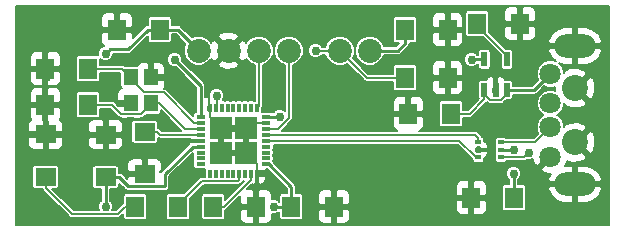
<source format=gtl>
G04 #@! TF.GenerationSoftware,KiCad,Pcbnew,5.0.2+dfsg1-1*
G04 #@! TF.CreationDate,2019-08-04T21:32:12-04:00*
G04 #@! TF.ProjectId,rigidkey,72696769-646b-4657-992e-6b696361645f,V01*
G04 #@! TF.SameCoordinates,Original*
G04 #@! TF.FileFunction,Copper,L1,Top*
G04 #@! TF.FilePolarity,Positive*
%FSLAX46Y46*%
G04 Gerber Fmt 4.6, Leading zero omitted, Abs format (unit mm)*
G04 Created by KiCad (PCBNEW 5.0.2+dfsg1-1) date Sun 04 Aug 2019 09:32:12 PM EDT*
%MOMM*%
%LPD*%
G01*
G04 APERTURE LIST*
G04 #@! TA.AperFunction,SMDPad,CuDef*
%ADD10R,1.905000X1.905000*%
G04 #@! TD*
G04 #@! TA.AperFunction,SMDPad,CuDef*
%ADD11R,0.749300X0.299720*%
G04 #@! TD*
G04 #@! TA.AperFunction,SMDPad,CuDef*
%ADD12R,0.299720X0.749300*%
G04 #@! TD*
G04 #@! TA.AperFunction,SMDPad,CuDef*
%ADD13R,1.500000X1.800000*%
G04 #@! TD*
G04 #@! TA.AperFunction,SMDPad,CuDef*
%ADD14R,1.800000X1.500000*%
G04 #@! TD*
G04 #@! TA.AperFunction,ComponentPad*
%ADD15C,2.020000*%
G04 #@! TD*
G04 #@! TA.AperFunction,ComponentPad*
%ADD16O,3.500000X2.000000*%
G04 #@! TD*
G04 #@! TA.AperFunction,ComponentPad*
%ADD17C,2.200000*%
G04 #@! TD*
G04 #@! TA.AperFunction,ComponentPad*
%ADD18C,1.800000*%
G04 #@! TD*
G04 #@! TA.AperFunction,SMDPad,CuDef*
%ADD19R,0.548640X1.198880*%
G04 #@! TD*
G04 #@! TA.AperFunction,SMDPad,CuDef*
%ADD20R,0.500380X0.398780*%
G04 #@! TD*
G04 #@! TA.AperFunction,SMDPad,CuDef*
%ADD21R,1.193800X1.397000*%
G04 #@! TD*
G04 #@! TA.AperFunction,ViaPad*
%ADD22C,0.762000*%
G04 #@! TD*
G04 #@! TA.AperFunction,Conductor*
%ADD23C,0.152400*%
G04 #@! TD*
G04 #@! TA.AperFunction,Conductor*
%ADD24C,0.254000*%
G04 #@! TD*
G04 APERTURE END LIST*
D10*
G04 #@! TO.P,U1,37*
G04 #@! TO.N,GND*
X131953000Y-120675400D03*
X134035800Y-120675400D03*
X134035800Y-118592600D03*
D11*
G04 #@! TO.P,U1,1*
G04 #@! TO.N,+3V3*
X130218180Y-117632480D03*
G04 #@! TO.P,U1,2*
G04 #@! TO.N,Net-(C1-Pad1)*
X130218180Y-118132860D03*
G04 #@! TO.P,U1,3*
G04 #@! TO.N,Net-(C2-Pad2)*
X130218180Y-118633240D03*
G04 #@! TO.P,U1,4*
G04 #@! TO.N,Net-(C3-Pad1)*
X130218180Y-119133620D03*
G04 #@! TO.P,U1,5*
G04 #@! TO.N,GND*
X130218180Y-119634000D03*
G04 #@! TO.P,U1,6*
G04 #@! TO.N,+3V3*
X130218180Y-120134380D03*
G04 #@! TO.P,U1,7*
G04 #@! TO.N,Net-(U1-Pad7)*
X130218180Y-120634760D03*
G04 #@! TO.P,U1,8*
G04 #@! TO.N,Net-(U1-Pad8)*
X130218180Y-121135140D03*
G04 #@! TO.P,U1,9*
G04 #@! TO.N,Net-(U1-Pad9)*
X130218180Y-121635520D03*
D12*
G04 #@! TO.P,U1,10*
G04 #@! TO.N,Net-(U1-Pad10)*
X130992880Y-122410220D03*
G04 #@! TO.P,U1,11*
G04 #@! TO.N,Net-(U1-Pad11)*
X131493260Y-122410220D03*
G04 #@! TO.P,U1,12*
G04 #@! TO.N,Net-(U1-Pad12)*
X131993640Y-122410220D03*
G04 #@! TO.P,U1,13*
G04 #@! TO.N,Net-(U1-Pad13)*
X132494020Y-122410220D03*
G04 #@! TO.P,U1,14*
G04 #@! TO.N,Net-(U1-Pad14)*
X132994400Y-122410220D03*
G04 #@! TO.P,U1,15*
G04 #@! TO.N,Net-(R1-Pad1)*
X133494780Y-122410220D03*
G04 #@! TO.P,U1,16*
G04 #@! TO.N,Net-(U1-Pad16)*
X133995160Y-122410220D03*
G04 #@! TO.P,U1,17*
G04 #@! TO.N,Net-(R2-Pad1)*
X134495540Y-122410220D03*
G04 #@! TO.P,U1,18*
G04 #@! TO.N,GND*
X134995920Y-122410220D03*
D11*
G04 #@! TO.P,U1,19*
G04 #@! TO.N,+3V3*
X135770620Y-121635520D03*
G04 #@! TO.P,U1,20*
G04 #@! TO.N,Net-(U1-Pad20)*
X135770620Y-121135140D03*
G04 #@! TO.P,U1,21*
G04 #@! TO.N,Net-(U1-Pad21)*
X135770620Y-120634760D03*
G04 #@! TO.P,U1,22*
G04 #@! TO.N,Net-(U1-Pad22)*
X135770620Y-120134380D03*
G04 #@! TO.P,U1,23*
G04 #@! TO.N,Net-(U1-Pad23)*
X135770620Y-119634000D03*
G04 #@! TO.P,U1,24*
G04 #@! TO.N,Net-(U1-Pad24)*
X135770620Y-119133620D03*
G04 #@! TO.P,U1,25*
G04 #@! TO.N,Net-(J1-Pad4)*
X135770620Y-118633240D03*
G04 #@! TO.P,U1,26*
G04 #@! TO.N,GND*
X135770620Y-118132860D03*
G04 #@! TO.P,U1,27*
G04 #@! TO.N,+3V3*
X135770620Y-117632480D03*
D12*
G04 #@! TO.P,U1,28*
G04 #@! TO.N,Net-(J1-Pad3)*
X134995920Y-116857780D03*
G04 #@! TO.P,U1,29*
G04 #@! TO.N,Net-(U1-Pad29)*
X134495540Y-116857780D03*
G04 #@! TO.P,U1,30*
G04 #@! TO.N,Net-(U1-Pad30)*
X133995160Y-116857780D03*
G04 #@! TO.P,U1,31*
G04 #@! TO.N,Net-(U1-Pad31)*
X133494780Y-116857780D03*
G04 #@! TO.P,U1,32*
G04 #@! TO.N,Net-(U1-Pad32)*
X132994400Y-116857780D03*
G04 #@! TO.P,U1,33*
G04 #@! TO.N,Net-(U1-Pad33)*
X132494020Y-116857780D03*
G04 #@! TO.P,U1,34*
G04 #@! TO.N,Net-(U1-Pad34)*
X131993640Y-116857780D03*
G04 #@! TO.P,U1,35*
G04 #@! TO.N,/BOOTO*
X131493260Y-116857780D03*
G04 #@! TO.P,U1,36*
G04 #@! TO.N,GND*
X130992880Y-116857780D03*
D10*
G04 #@! TO.P,U1,37*
X131953000Y-118592600D03*
G04 #@! TD*
D13*
G04 #@! TO.P,C9,1*
G04 #@! TO.N,+3V3*
X156740000Y-124460000D03*
G04 #@! TO.P,C9,2*
G04 #@! TO.N,GND*
X153140000Y-124460000D03*
G04 #@! TD*
G04 #@! TO.P,C6,2*
G04 #@! TO.N,GND*
X141500000Y-125222000D03*
G04 #@! TO.P,C6,1*
G04 #@! TO.N,+3V3*
X137900000Y-125222000D03*
G04 #@! TD*
G04 #@! TO.P,C10,2*
G04 #@! TO.N,GND*
X147806000Y-117348000D03*
G04 #@! TO.P,C10,1*
G04 #@! TO.N,Net-(C10-Pad1)*
X151406000Y-117348000D03*
G04 #@! TD*
G04 #@! TO.P,C1,1*
G04 #@! TO.N,Net-(C1-Pad1)*
X120672000Y-113538000D03*
G04 #@! TO.P,C1,2*
G04 #@! TO.N,GND*
X117072000Y-113538000D03*
G04 #@! TD*
G04 #@! TO.P,C2,2*
G04 #@! TO.N,Net-(C2-Pad2)*
X120672000Y-116586000D03*
G04 #@! TO.P,C2,1*
G04 #@! TO.N,GND*
X117072000Y-116586000D03*
G04 #@! TD*
D14*
G04 #@! TO.P,C3,1*
G04 #@! TO.N,Net-(C3-Pad1)*
X125476000Y-118872000D03*
G04 #@! TO.P,C3,2*
G04 #@! TO.N,GND*
X125476000Y-122472000D03*
G04 #@! TD*
G04 #@! TO.P,C4,2*
G04 #@! TO.N,GND*
X122174000Y-119126000D03*
G04 #@! TO.P,C4,1*
G04 #@! TO.N,+3V3*
X122174000Y-122726000D03*
G04 #@! TD*
D13*
G04 #@! TO.P,C5,1*
G04 #@! TO.N,GND*
X123146000Y-110236000D03*
G04 #@! TO.P,C5,2*
G04 #@! TO.N,+3V3*
X126746000Y-110236000D03*
G04 #@! TD*
G04 #@! TO.P,C7,1*
G04 #@! TO.N,GND*
X151130000Y-110236000D03*
G04 #@! TO.P,C7,2*
G04 #@! TO.N,+3V3*
X147530000Y-110236000D03*
G04 #@! TD*
G04 #@! TO.P,C8,1*
G04 #@! TO.N,Net-(C8-Pad1)*
X153648000Y-109728000D03*
G04 #@! TO.P,C8,2*
G04 #@! TO.N,GND*
X157248000Y-109728000D03*
G04 #@! TD*
D14*
G04 #@! TO.P,D1,1*
G04 #@! TO.N,GND*
X117094000Y-119104000D03*
G04 #@! TO.P,D1,2*
G04 #@! TO.N,Net-(D1-Pad2)*
X117094000Y-122704000D03*
G04 #@! TD*
D15*
G04 #@! TO.P,J1,1*
G04 #@! TO.N,+3V3*
X130048000Y-112014000D03*
G04 #@! TO.P,J1,2*
G04 #@! TO.N,GND*
X132588000Y-112014000D03*
G04 #@! TO.P,J1,3*
G04 #@! TO.N,Net-(J1-Pad3)*
X135128000Y-112014000D03*
G04 #@! TO.P,J1,4*
G04 #@! TO.N,Net-(J1-Pad4)*
X137668000Y-112014000D03*
G04 #@! TD*
D16*
G04 #@! TO.P,J2,5*
G04 #@! TO.N,GND*
X161925000Y-123325000D03*
X161925000Y-111625000D03*
D17*
X161925000Y-119775000D03*
X161925000Y-115175000D03*
D18*
G04 #@! TO.P,J2,4*
X159825000Y-120975000D03*
G04 #@! TO.P,J2,3*
G04 #@! TO.N,Net-(J2-Pad3)*
X159825000Y-118475000D03*
G04 #@! TO.P,J2,2*
G04 #@! TO.N,Net-(J2-Pad2)*
X159825000Y-116475000D03*
G04 #@! TO.P,J2,1*
G04 #@! TO.N,Net-(C10-Pad1)*
X159825000Y-113975000D03*
G04 #@! TD*
D15*
G04 #@! TO.P,JP1,1*
G04 #@! TO.N,/BOOTO*
X141986000Y-112014000D03*
G04 #@! TO.P,JP1,2*
G04 #@! TO.N,+3V3*
X144526000Y-112014000D03*
G04 #@! TD*
D13*
G04 #@! TO.P,R1,2*
G04 #@! TO.N,Net-(D1-Pad2)*
X124692000Y-125222000D03*
G04 #@! TO.P,R1,1*
G04 #@! TO.N,Net-(R1-Pad1)*
X128292000Y-125222000D03*
G04 #@! TD*
G04 #@! TO.P,R2,2*
G04 #@! TO.N,GND*
X134896000Y-125222000D03*
G04 #@! TO.P,R2,1*
G04 #@! TO.N,Net-(R2-Pad1)*
X131296000Y-125222000D03*
G04 #@! TD*
G04 #@! TO.P,R3,1*
G04 #@! TO.N,/BOOTO*
X147530000Y-114300000D03*
G04 #@! TO.P,R3,2*
G04 #@! TO.N,GND*
X151130000Y-114300000D03*
G04 #@! TD*
D19*
G04 #@! TO.P,U2,1*
G04 #@! TO.N,Net-(C10-Pad1)*
X154244040Y-115343940D03*
G04 #@! TO.P,U2,2*
G04 #@! TO.N,GND*
X155194000Y-115343940D03*
G04 #@! TO.P,U2,3*
G04 #@! TO.N,Net-(C10-Pad1)*
X156143960Y-115343940D03*
G04 #@! TO.P,U2,4*
G04 #@! TO.N,Net-(C8-Pad1)*
X156143960Y-112748060D03*
G04 #@! TO.P,U2,5*
G04 #@! TO.N,+3V3*
X154244000Y-112746000D03*
G04 #@! TD*
D20*
G04 #@! TO.P,U3,1*
G04 #@! TO.N,Net-(U1-Pad24)*
X153736040Y-119745760D03*
G04 #@! TO.P,U3,2*
G04 #@! TO.N,GND*
X153736040Y-120396000D03*
G04 #@! TO.P,U3,3*
G04 #@! TO.N,Net-(U1-Pad23)*
X153736040Y-121046240D03*
G04 #@! TO.P,U3,4*
G04 #@! TO.N,Net-(J2-Pad2)*
X155635960Y-121046240D03*
G04 #@! TO.P,U3,5*
G04 #@! TO.N,+3V3*
X155635960Y-120396000D03*
G04 #@! TO.P,U3,6*
G04 #@! TO.N,Net-(J2-Pad3)*
X155635960Y-119745760D03*
G04 #@! TD*
D21*
G04 #@! TO.P,X1,2*
G04 #@! TO.N,Net-(C2-Pad2)*
X125983385Y-116474768D03*
G04 #@! TO.P,X1,3*
G04 #@! TO.N,GND*
X124281585Y-116474768D03*
G04 #@! TO.P,X1,1*
G04 #@! TO.N,Net-(C1-Pad1)*
X124281585Y-114275128D03*
G04 #@! TO.P,X1,3*
G04 #@! TO.N,GND*
X125983385Y-114275128D03*
G04 #@! TD*
D22*
G04 #@! TO.N,+3V3*
X136398000Y-125222000D03*
X122174000Y-125222000D03*
X122174000Y-112268000D03*
X153162000Y-112776000D03*
X156718000Y-120396000D03*
X136906000Y-117602000D03*
X156718000Y-122428000D03*
X128016000Y-112776000D03*
G04 #@! TO.N,Net-(J2-Pad2)*
X157988000Y-120650000D03*
G04 #@! TO.N,/BOOTO*
X139954000Y-112014000D03*
X131572000Y-115824000D03*
G04 #@! TD*
D23*
G04 #@! TO.N,Net-(C1-Pad1)*
X124281585Y-114173528D02*
X124281585Y-114275128D01*
X123544457Y-113538000D02*
X124281585Y-114275128D01*
X120672000Y-113538000D02*
X123544457Y-113538000D01*
X129691130Y-118132860D02*
X130218180Y-118132860D01*
X124281585Y-114376728D02*
X125452524Y-115547667D01*
X127105937Y-115547667D02*
X129691130Y-118132860D01*
X125452524Y-115547667D02*
X127105937Y-115547667D01*
X124281585Y-114275128D02*
X124281585Y-114376728D01*
G04 #@! TO.N,GND*
X117348000Y-113560000D02*
X117348000Y-114462400D01*
X130992880Y-117632480D02*
X130992880Y-116857780D01*
X131953000Y-118592600D02*
X130992880Y-117632480D01*
X134495540Y-118132860D02*
X135770620Y-118132860D01*
X134035800Y-118592600D02*
X134495540Y-118132860D01*
X134995920Y-121635520D02*
X134995920Y-122410220D01*
X134035800Y-120675400D02*
X134995920Y-121635520D01*
X131578001Y-113023999D02*
X132588000Y-112014000D01*
X130962399Y-113639601D02*
X131578001Y-113023999D01*
X130962399Y-116602509D02*
X130962399Y-113639601D01*
X130992880Y-116632990D02*
X130962399Y-116602509D01*
X130992880Y-116857780D02*
X130992880Y-116632990D01*
G04 #@! TO.N,Net-(C2-Pad2)*
X126193385Y-116684768D02*
X125983385Y-116474768D01*
X125983385Y-116474768D02*
X125983385Y-116373168D01*
X125983385Y-116576368D02*
X125983385Y-116474768D01*
X125157884Y-117401869D02*
X125983385Y-116576368D01*
X123501804Y-117401869D02*
X125157884Y-117401869D01*
X122685935Y-116586000D02*
X123501804Y-117401869D01*
X120672000Y-116586000D02*
X122685935Y-116586000D01*
X129691130Y-118633240D02*
X130218180Y-118633240D01*
X128891157Y-118633240D02*
X129691130Y-118633240D01*
X126732685Y-116474768D02*
X128891157Y-118633240D01*
X125983385Y-116474768D02*
X126732685Y-116474768D01*
G04 #@! TO.N,Net-(C3-Pad1)*
X129691130Y-119133620D02*
X130218180Y-119133620D01*
X126790020Y-119133620D02*
X129691130Y-119133620D01*
X126528400Y-118872000D02*
X126790020Y-119133620D01*
X125476000Y-118872000D02*
X126528400Y-118872000D01*
D24*
G04 #@! TO.N,+3V3*
X145954355Y-112014000D02*
X144526000Y-112014000D01*
X146906000Y-112014000D02*
X145954355Y-112014000D01*
X147530000Y-111390000D02*
X146906000Y-112014000D01*
X147530000Y-110236000D02*
X147530000Y-111390000D01*
X137900000Y-123540110D02*
X135995410Y-121635520D01*
X135995410Y-121635520D02*
X135770620Y-121635520D01*
X137900000Y-125222000D02*
X137900000Y-123540110D01*
X137900000Y-125222000D02*
X136398000Y-125222000D01*
X122174000Y-125222000D02*
X122174000Y-122726000D01*
X129589530Y-120134380D02*
X130218180Y-120134380D01*
X129548890Y-120134380D02*
X129589530Y-120134380D01*
X127196599Y-122486671D02*
X129548890Y-120134380D01*
X127196599Y-123501401D02*
X127196599Y-122486671D01*
X124103401Y-123501401D02*
X127196599Y-123501401D01*
X123328000Y-122726000D02*
X124103401Y-123501401D01*
X122174000Y-122726000D02*
X123328000Y-122726000D01*
X125742000Y-110236000D02*
X126746000Y-110236000D01*
X122554999Y-111887001D02*
X124090999Y-111887001D01*
X124090999Y-111887001D02*
X125742000Y-110236000D01*
X122174000Y-112268000D02*
X122554999Y-111887001D01*
X128270000Y-110236000D02*
X130048000Y-112014000D01*
X126746000Y-110236000D02*
X128270000Y-110236000D01*
X130187700Y-117602000D02*
X130218180Y-117632480D01*
X154244000Y-112746000D02*
X153192000Y-112746000D01*
X153192000Y-112746000D02*
X153162000Y-112776000D01*
X135801100Y-117602000D02*
X135770620Y-117632480D01*
X136906000Y-117602000D02*
X135801100Y-117602000D01*
X156718000Y-124438000D02*
X156740000Y-124460000D01*
X156718000Y-122428000D02*
X156718000Y-124438000D01*
X156718000Y-120396000D02*
X155635960Y-120396000D01*
X130218180Y-114978180D02*
X130218180Y-117632480D01*
X128016000Y-112776000D02*
X130218180Y-114978180D01*
D23*
G04 #@! TO.N,Net-(C8-Pad1)*
X156143960Y-112422940D02*
X156143960Y-112748060D01*
X153648000Y-109926980D02*
X156143960Y-112422940D01*
X153648000Y-109728000D02*
X153648000Y-109926980D01*
D24*
G04 #@! TO.N,Net-(C10-Pad1)*
X158456060Y-115343940D02*
X159825000Y-113975000D01*
X156143960Y-115343940D02*
X158456060Y-115343940D01*
D23*
X154746961Y-116171981D02*
X154244040Y-115669060D01*
X156143960Y-115679222D02*
X155651201Y-116171981D01*
X154244040Y-115669060D02*
X154244040Y-115343940D01*
X155651201Y-116171981D02*
X154746961Y-116171981D01*
X156143960Y-115343940D02*
X156143960Y-115679222D01*
X152308400Y-117348000D02*
X151406000Y-117348000D01*
X152991820Y-117348000D02*
X152308400Y-117348000D01*
X154244040Y-116095780D02*
X152991820Y-117348000D01*
X154244040Y-115343940D02*
X154244040Y-116095780D01*
G04 #@! TO.N,Net-(D1-Pad2)*
X119319201Y-125831601D02*
X123179999Y-125831601D01*
X123179999Y-125831601D02*
X123789600Y-125222000D01*
X117094000Y-123606400D02*
X119319201Y-125831601D01*
X123789600Y-125222000D02*
X124692000Y-125222000D01*
X117094000Y-122704000D02*
X117094000Y-123606400D01*
G04 #@! TO.N,Net-(J1-Pad3)*
X135128000Y-116725700D02*
X134995920Y-116857780D01*
X135128000Y-112014000D02*
X135128000Y-116725700D01*
G04 #@! TO.N,Net-(J1-Pad4)*
X136297670Y-118633240D02*
X135770620Y-118633240D01*
X136776970Y-118633240D02*
X136297670Y-118633240D01*
X137668000Y-117742210D02*
X136776970Y-118633240D01*
X137668000Y-112014000D02*
X137668000Y-117742210D01*
G04 #@! TO.N,Net-(J2-Pad3)*
X158554240Y-119745760D02*
X159825000Y-118475000D01*
X155635960Y-119745760D02*
X158554240Y-119745760D01*
G04 #@! TO.N,Net-(J2-Pad2)*
X155635960Y-121046240D02*
X157591760Y-121046240D01*
X157591760Y-121046240D02*
X157988000Y-120650000D01*
G04 #@! TO.N,/BOOTO*
X144272000Y-114300000D02*
X147530000Y-114300000D01*
X141986000Y-112014000D02*
X144272000Y-114300000D01*
X141986000Y-112014000D02*
X139954000Y-112014000D01*
X131572000Y-115824000D02*
X131572000Y-116840000D01*
G04 #@! TO.N,Net-(R1-Pad1)*
X133494780Y-122937270D02*
X133494780Y-122410220D01*
X133418579Y-123013471D02*
X133494780Y-122937270D01*
X130350529Y-123013471D02*
X133418579Y-123013471D01*
X128292000Y-125072000D02*
X130350529Y-123013471D01*
X128292000Y-125222000D02*
X128292000Y-125072000D01*
G04 #@! TO.N,Net-(R2-Pad1)*
X134495540Y-122937270D02*
X134495540Y-122410220D01*
X132210810Y-125222000D02*
X134495540Y-122937270D01*
X131296000Y-125222000D02*
X132210810Y-125222000D01*
G04 #@! TO.N,Net-(U1-Pad23)*
X153525218Y-121046240D02*
X153736040Y-121046240D01*
X152112978Y-119634000D02*
X153525218Y-121046240D01*
X135770620Y-119634000D02*
X152112978Y-119634000D01*
G04 #@! TO.N,Net-(U1-Pad24)*
X153736040Y-119393970D02*
X153736040Y-119745760D01*
X153475690Y-119133620D02*
X153736040Y-119393970D01*
X135770620Y-119133620D02*
X153475690Y-119133620D01*
G04 #@! TD*
G04 #@! TO.N,GND*
G36*
X164833301Y-126733300D02*
X114566700Y-126733300D01*
X114566700Y-121954000D01*
X115935024Y-121954000D01*
X115935024Y-123454000D01*
X115954737Y-123553106D01*
X116010876Y-123637124D01*
X116094894Y-123693263D01*
X116194000Y-123712976D01*
X116778530Y-123712976D01*
X116782958Y-123735237D01*
X116837517Y-123816890D01*
X116837519Y-123816892D01*
X116855940Y-123844461D01*
X116883509Y-123862882D01*
X119062717Y-126042090D01*
X119081140Y-126069662D01*
X119190363Y-126142643D01*
X119286679Y-126161801D01*
X119286683Y-126161801D01*
X119319200Y-126168269D01*
X119351717Y-126161801D01*
X123147477Y-126161801D01*
X123179999Y-126168270D01*
X123212521Y-126161801D01*
X123308837Y-126142643D01*
X123418060Y-126069662D01*
X123436483Y-126042090D01*
X123683024Y-125795549D01*
X123683024Y-126122000D01*
X123702737Y-126221106D01*
X123758876Y-126305124D01*
X123842894Y-126361263D01*
X123942000Y-126380976D01*
X125442000Y-126380976D01*
X125541106Y-126361263D01*
X125625124Y-126305124D01*
X125681263Y-126221106D01*
X125700976Y-126122000D01*
X125700976Y-124322000D01*
X125681263Y-124222894D01*
X125625124Y-124138876D01*
X125541106Y-124082737D01*
X125442000Y-124063024D01*
X123942000Y-124063024D01*
X123842894Y-124082737D01*
X123758876Y-124138876D01*
X123702737Y-124222894D01*
X123683024Y-124322000D01*
X123683024Y-124906530D01*
X123660762Y-124910958D01*
X123612566Y-124943162D01*
X123551539Y-124983939D01*
X123533117Y-125011509D01*
X123043226Y-125501401D01*
X122745587Y-125501401D01*
X122809000Y-125348309D01*
X122809000Y-125095691D01*
X122712327Y-124862302D01*
X122555000Y-124704975D01*
X122555000Y-123734976D01*
X123074000Y-123734976D01*
X123173106Y-123715263D01*
X123257124Y-123659124D01*
X123313263Y-123575106D01*
X123332976Y-123476000D01*
X123332976Y-123269791D01*
X123807457Y-123744272D01*
X123828715Y-123776087D01*
X123931045Y-123844461D01*
X123954742Y-123860295D01*
X124103401Y-123889865D01*
X124140925Y-123882401D01*
X127159075Y-123882401D01*
X127196599Y-123889865D01*
X127234123Y-123882401D01*
X127345258Y-123860295D01*
X127471285Y-123776087D01*
X127555493Y-123650060D01*
X127585063Y-123501401D01*
X127577599Y-123463877D01*
X127577599Y-122644486D01*
X129584554Y-120637532D01*
X129584554Y-120784620D01*
X129604267Y-120883726D01*
X129605085Y-120884950D01*
X129604267Y-120886174D01*
X129584554Y-120985280D01*
X129584554Y-121285000D01*
X129604267Y-121384106D01*
X129605085Y-121385330D01*
X129604267Y-121386554D01*
X129584554Y-121485660D01*
X129584554Y-121785380D01*
X129604267Y-121884486D01*
X129660406Y-121968504D01*
X129744424Y-122024643D01*
X129843530Y-122044356D01*
X130584044Y-122044356D01*
X130584044Y-122683271D01*
X130383051Y-122683271D01*
X130350529Y-122676802D01*
X130318007Y-122683271D01*
X130221691Y-122702429D01*
X130112468Y-122775410D01*
X130094046Y-122802981D01*
X128834003Y-124063024D01*
X127542000Y-124063024D01*
X127442894Y-124082737D01*
X127358876Y-124138876D01*
X127302737Y-124222894D01*
X127283024Y-124322000D01*
X127283024Y-126122000D01*
X127302737Y-126221106D01*
X127358876Y-126305124D01*
X127442894Y-126361263D01*
X127542000Y-126380976D01*
X129042000Y-126380976D01*
X129141106Y-126361263D01*
X129225124Y-126305124D01*
X129281263Y-126221106D01*
X129300976Y-126122000D01*
X129300976Y-124529997D01*
X130487302Y-123343671D01*
X133386057Y-123343671D01*
X133418579Y-123350140D01*
X133451101Y-123343671D01*
X133547417Y-123324513D01*
X133656640Y-123251532D01*
X133675064Y-123223958D01*
X133705269Y-123193754D01*
X133732840Y-123175331D01*
X133805822Y-123066108D01*
X133811584Y-123037140D01*
X133845300Y-123043846D01*
X133921990Y-123043846D01*
X132304976Y-124660861D01*
X132304976Y-124322000D01*
X132285263Y-124222894D01*
X132229124Y-124138876D01*
X132145106Y-124082737D01*
X132046000Y-124063024D01*
X130546000Y-124063024D01*
X130446894Y-124082737D01*
X130362876Y-124138876D01*
X130306737Y-124222894D01*
X130287024Y-124322000D01*
X130287024Y-126122000D01*
X130306737Y-126221106D01*
X130362876Y-126305124D01*
X130446894Y-126361263D01*
X130546000Y-126380976D01*
X132046000Y-126380976D01*
X132145106Y-126361263D01*
X132229124Y-126305124D01*
X132285263Y-126221106D01*
X132304976Y-126122000D01*
X132304976Y-125545850D01*
X133561800Y-125545850D01*
X133561800Y-126238204D01*
X133650739Y-126452922D01*
X133815077Y-126617261D01*
X134029795Y-126706200D01*
X134572150Y-126706200D01*
X134718200Y-126560150D01*
X134718200Y-125399800D01*
X133707850Y-125399800D01*
X133561800Y-125545850D01*
X132304976Y-125545850D01*
X132304976Y-125539939D01*
X132339648Y-125533042D01*
X132448871Y-125460061D01*
X132467294Y-125432489D01*
X133561800Y-124337983D01*
X133561800Y-124898150D01*
X133707850Y-125044200D01*
X134718200Y-125044200D01*
X134718200Y-123883850D01*
X134572150Y-123737800D01*
X134161984Y-123737800D01*
X134589041Y-123310743D01*
X134729856Y-123369070D01*
X134774940Y-123369070D01*
X134920990Y-123223020D01*
X134920990Y-122588020D01*
X135070850Y-122588020D01*
X135070850Y-123223020D01*
X135216900Y-123369070D01*
X135261984Y-123369070D01*
X135476702Y-123280131D01*
X135641041Y-123115793D01*
X135729980Y-122901075D01*
X135729980Y-122734070D01*
X135583930Y-122588020D01*
X135070850Y-122588020D01*
X134920990Y-122588020D01*
X134904376Y-122588020D01*
X134904376Y-122232420D01*
X134920990Y-122232420D01*
X134920990Y-122212420D01*
X135070850Y-122212420D01*
X135070850Y-122232420D01*
X135583930Y-122232420D01*
X135729980Y-122086370D01*
X135729980Y-122044356D01*
X135865431Y-122044356D01*
X137519001Y-123697927D01*
X137519001Y-124063024D01*
X137150000Y-124063024D01*
X137050894Y-124082737D01*
X136966876Y-124138876D01*
X136910737Y-124222894D01*
X136891024Y-124322000D01*
X136891024Y-124816999D01*
X136757698Y-124683673D01*
X136524309Y-124587000D01*
X136271691Y-124587000D01*
X136230200Y-124604186D01*
X136230200Y-124205796D01*
X136141261Y-123991078D01*
X135976923Y-123826739D01*
X135762205Y-123737800D01*
X135219850Y-123737800D01*
X135073800Y-123883850D01*
X135073800Y-125044200D01*
X135093800Y-125044200D01*
X135093800Y-125399800D01*
X135073800Y-125399800D01*
X135073800Y-126560150D01*
X135219850Y-126706200D01*
X135762205Y-126706200D01*
X135976923Y-126617261D01*
X136141261Y-126452922D01*
X136230200Y-126238204D01*
X136230200Y-125839814D01*
X136271691Y-125857000D01*
X136524309Y-125857000D01*
X136757698Y-125760327D01*
X136891024Y-125627001D01*
X136891024Y-126122000D01*
X136910737Y-126221106D01*
X136966876Y-126305124D01*
X137050894Y-126361263D01*
X137150000Y-126380976D01*
X138650000Y-126380976D01*
X138749106Y-126361263D01*
X138833124Y-126305124D01*
X138889263Y-126221106D01*
X138908976Y-126122000D01*
X138908976Y-125545850D01*
X140165800Y-125545850D01*
X140165800Y-126238204D01*
X140254739Y-126452922D01*
X140419077Y-126617261D01*
X140633795Y-126706200D01*
X141176150Y-126706200D01*
X141322200Y-126560150D01*
X141322200Y-125399800D01*
X141677800Y-125399800D01*
X141677800Y-126560150D01*
X141823850Y-126706200D01*
X142366205Y-126706200D01*
X142580923Y-126617261D01*
X142745261Y-126452922D01*
X142834200Y-126238204D01*
X142834200Y-125545850D01*
X142688150Y-125399800D01*
X141677800Y-125399800D01*
X141322200Y-125399800D01*
X140311850Y-125399800D01*
X140165800Y-125545850D01*
X138908976Y-125545850D01*
X138908976Y-124322000D01*
X138889263Y-124222894D01*
X138877839Y-124205796D01*
X140165800Y-124205796D01*
X140165800Y-124898150D01*
X140311850Y-125044200D01*
X141322200Y-125044200D01*
X141322200Y-123883850D01*
X141677800Y-123883850D01*
X141677800Y-125044200D01*
X142688150Y-125044200D01*
X142834200Y-124898150D01*
X142834200Y-124783850D01*
X151805800Y-124783850D01*
X151805800Y-125476204D01*
X151894739Y-125690922D01*
X152059077Y-125855261D01*
X152273795Y-125944200D01*
X152816150Y-125944200D01*
X152962200Y-125798150D01*
X152962200Y-124637800D01*
X153317800Y-124637800D01*
X153317800Y-125798150D01*
X153463850Y-125944200D01*
X154006205Y-125944200D01*
X154220923Y-125855261D01*
X154385261Y-125690922D01*
X154474200Y-125476204D01*
X154474200Y-124783850D01*
X154328150Y-124637800D01*
X153317800Y-124637800D01*
X152962200Y-124637800D01*
X151951850Y-124637800D01*
X151805800Y-124783850D01*
X142834200Y-124783850D01*
X142834200Y-124205796D01*
X142745261Y-123991078D01*
X142580923Y-123826739D01*
X142366205Y-123737800D01*
X141823850Y-123737800D01*
X141677800Y-123883850D01*
X141322200Y-123883850D01*
X141176150Y-123737800D01*
X140633795Y-123737800D01*
X140419077Y-123826739D01*
X140254739Y-123991078D01*
X140165800Y-124205796D01*
X138877839Y-124205796D01*
X138833124Y-124138876D01*
X138749106Y-124082737D01*
X138650000Y-124063024D01*
X138281000Y-124063024D01*
X138281000Y-123577633D01*
X138288464Y-123540109D01*
X138269307Y-123443796D01*
X151805800Y-123443796D01*
X151805800Y-124136150D01*
X151951850Y-124282200D01*
X152962200Y-124282200D01*
X152962200Y-123121850D01*
X153317800Y-123121850D01*
X153317800Y-124282200D01*
X154328150Y-124282200D01*
X154474200Y-124136150D01*
X154474200Y-123560000D01*
X155731024Y-123560000D01*
X155731024Y-125360000D01*
X155750737Y-125459106D01*
X155806876Y-125543124D01*
X155890894Y-125599263D01*
X155990000Y-125618976D01*
X157490000Y-125618976D01*
X157589106Y-125599263D01*
X157673124Y-125543124D01*
X157729263Y-125459106D01*
X157748976Y-125360000D01*
X157748976Y-123746869D01*
X159648004Y-123746869D01*
X159929078Y-124319475D01*
X160404487Y-124720569D01*
X160997200Y-124909200D01*
X161747200Y-124909200D01*
X161747200Y-123502800D01*
X162102800Y-123502800D01*
X162102800Y-124909200D01*
X162852800Y-124909200D01*
X163445513Y-124720569D01*
X163920922Y-124319475D01*
X164201996Y-123746869D01*
X164102117Y-123502800D01*
X162102800Y-123502800D01*
X161747200Y-123502800D01*
X159747883Y-123502800D01*
X159648004Y-123746869D01*
X157748976Y-123746869D01*
X157748976Y-123560000D01*
X157729263Y-123460894D01*
X157673124Y-123376876D01*
X157589106Y-123320737D01*
X157490000Y-123301024D01*
X157099000Y-123301024D01*
X157099000Y-122945025D01*
X157256327Y-122787698D01*
X157353000Y-122554309D01*
X157353000Y-122301691D01*
X157256327Y-122068302D01*
X157077698Y-121889673D01*
X156844309Y-121793000D01*
X156591691Y-121793000D01*
X156358302Y-121889673D01*
X156179673Y-122068302D01*
X156083000Y-122301691D01*
X156083000Y-122554309D01*
X156179673Y-122787698D01*
X156337000Y-122945025D01*
X156337000Y-123301024D01*
X155990000Y-123301024D01*
X155890894Y-123320737D01*
X155806876Y-123376876D01*
X155750737Y-123460894D01*
X155731024Y-123560000D01*
X154474200Y-123560000D01*
X154474200Y-123443796D01*
X154385261Y-123229078D01*
X154220923Y-123064739D01*
X154006205Y-122975800D01*
X153463850Y-122975800D01*
X153317800Y-123121850D01*
X152962200Y-123121850D01*
X152816150Y-122975800D01*
X152273795Y-122975800D01*
X152059077Y-123064739D01*
X151894739Y-123229078D01*
X151805800Y-123443796D01*
X138269307Y-123443796D01*
X138258894Y-123391451D01*
X138231142Y-123349917D01*
X138174686Y-123265424D01*
X138142874Y-123244168D01*
X136404246Y-121505541D01*
X136404246Y-121485660D01*
X136384533Y-121386554D01*
X136383715Y-121385330D01*
X136384533Y-121384106D01*
X136404246Y-121285000D01*
X136404246Y-120985280D01*
X136384533Y-120886174D01*
X136383715Y-120884950D01*
X136384533Y-120883726D01*
X136404246Y-120784620D01*
X136404246Y-120484900D01*
X136384533Y-120385794D01*
X136383715Y-120384570D01*
X136384533Y-120383346D01*
X136404246Y-120284240D01*
X136404246Y-119984520D01*
X136400204Y-119964200D01*
X151976205Y-119964200D01*
X153226874Y-121214870D01*
X153226874Y-121245630D01*
X153246587Y-121344736D01*
X153302726Y-121428754D01*
X153386744Y-121484893D01*
X153485850Y-121504606D01*
X153986230Y-121504606D01*
X154085336Y-121484893D01*
X154169354Y-121428754D01*
X154225493Y-121344736D01*
X154245206Y-121245630D01*
X154245206Y-121120452D01*
X154317152Y-121090651D01*
X154481491Y-120926313D01*
X154570430Y-120711595D01*
X154570430Y-120641745D01*
X154424380Y-120495695D01*
X153861135Y-120495695D01*
X153861135Y-120587874D01*
X153610945Y-120587874D01*
X153610945Y-120495695D01*
X153538240Y-120495695D01*
X153538240Y-120296305D01*
X153610945Y-120296305D01*
X153610945Y-120204126D01*
X153861135Y-120204126D01*
X153861135Y-120296305D01*
X154424380Y-120296305D01*
X154570430Y-120150255D01*
X154570430Y-120080405D01*
X154481491Y-119865687D01*
X154317152Y-119701349D01*
X154245206Y-119671548D01*
X154245206Y-119546370D01*
X154225493Y-119447264D01*
X154169354Y-119363246D01*
X154085336Y-119307107D01*
X154054199Y-119300914D01*
X154047082Y-119265132D01*
X153992523Y-119183480D01*
X153992522Y-119183479D01*
X153974100Y-119155909D01*
X153946531Y-119137488D01*
X153732173Y-118923130D01*
X153713751Y-118895559D01*
X153604528Y-118822578D01*
X153508212Y-118803420D01*
X153475690Y-118796951D01*
X153443168Y-118803420D01*
X148741686Y-118803420D01*
X148886923Y-118743261D01*
X149051261Y-118578922D01*
X149140200Y-118364204D01*
X149140200Y-117671850D01*
X148994150Y-117525800D01*
X147983800Y-117525800D01*
X147983800Y-117545800D01*
X147628200Y-117545800D01*
X147628200Y-117525800D01*
X146617850Y-117525800D01*
X146471800Y-117671850D01*
X146471800Y-118364204D01*
X146560739Y-118578922D01*
X146725077Y-118743261D01*
X146870314Y-118803420D01*
X137073763Y-118803420D01*
X137878489Y-117998694D01*
X137906061Y-117980271D01*
X137979042Y-117871048D01*
X137998200Y-117774732D01*
X138004669Y-117742210D01*
X137998200Y-117709688D01*
X137998200Y-116331796D01*
X146471800Y-116331796D01*
X146471800Y-117024150D01*
X146617850Y-117170200D01*
X147628200Y-117170200D01*
X147628200Y-116009850D01*
X147983800Y-116009850D01*
X147983800Y-117170200D01*
X148994150Y-117170200D01*
X149140200Y-117024150D01*
X149140200Y-116448000D01*
X150397024Y-116448000D01*
X150397024Y-118248000D01*
X150416737Y-118347106D01*
X150472876Y-118431124D01*
X150556894Y-118487263D01*
X150656000Y-118506976D01*
X152156000Y-118506976D01*
X152255106Y-118487263D01*
X152339124Y-118431124D01*
X152395263Y-118347106D01*
X152414976Y-118248000D01*
X152414976Y-117678200D01*
X152959298Y-117678200D01*
X152991820Y-117684669D01*
X153024342Y-117678200D01*
X153120658Y-117659042D01*
X153229881Y-117586061D01*
X153248304Y-117558489D01*
X154454529Y-116352264D01*
X154457971Y-116349964D01*
X154490477Y-116382470D01*
X154508900Y-116410042D01*
X154597463Y-116469218D01*
X154618123Y-116483023D01*
X154746961Y-116508650D01*
X154754266Y-116507197D01*
X154803475Y-116527580D01*
X154910790Y-116527580D01*
X154936189Y-116502181D01*
X155451811Y-116502181D01*
X155477210Y-116527580D01*
X155584525Y-116527580D01*
X155637031Y-116505831D01*
X155651201Y-116508650D01*
X155683723Y-116502181D01*
X155780039Y-116483023D01*
X155889262Y-116410042D01*
X155907685Y-116382470D01*
X156087799Y-116202356D01*
X156418280Y-116202356D01*
X156517386Y-116182643D01*
X156601404Y-116126504D01*
X156657543Y-116042486D01*
X156677256Y-115943380D01*
X156677256Y-115724940D01*
X158418536Y-115724940D01*
X158456060Y-115732404D01*
X158493584Y-115724940D01*
X158604719Y-115702834D01*
X158730746Y-115618626D01*
X158752004Y-115586811D01*
X159322766Y-115016049D01*
X159595455Y-115129000D01*
X160054545Y-115129000D01*
X160229646Y-115056471D01*
X160251999Y-115402788D01*
X160054545Y-115321000D01*
X159595455Y-115321000D01*
X159171312Y-115496686D01*
X158846686Y-115821312D01*
X158671000Y-116245455D01*
X158671000Y-116704545D01*
X158846686Y-117128688D01*
X159171312Y-117453314D01*
X159223667Y-117475000D01*
X159171312Y-117496686D01*
X158846686Y-117821312D01*
X158671000Y-118245455D01*
X158671000Y-118704545D01*
X158804993Y-119028033D01*
X158417467Y-119415560D01*
X156104229Y-119415560D01*
X156069274Y-119363246D01*
X155985256Y-119307107D01*
X155886150Y-119287394D01*
X155385770Y-119287394D01*
X155286664Y-119307107D01*
X155202646Y-119363246D01*
X155146507Y-119447264D01*
X155126794Y-119546370D01*
X155126794Y-119945150D01*
X155146507Y-120044256D01*
X155164297Y-120070880D01*
X155146507Y-120097504D01*
X155126794Y-120196610D01*
X155126794Y-120595390D01*
X155146507Y-120694496D01*
X155164297Y-120721120D01*
X155146507Y-120747744D01*
X155126794Y-120846850D01*
X155126794Y-121245630D01*
X155146507Y-121344736D01*
X155202646Y-121428754D01*
X155286664Y-121484893D01*
X155385770Y-121504606D01*
X155886150Y-121504606D01*
X155985256Y-121484893D01*
X156069274Y-121428754D01*
X156104229Y-121376440D01*
X157559238Y-121376440D01*
X157591760Y-121382909D01*
X157624282Y-121376440D01*
X157720598Y-121357282D01*
X157829821Y-121284301D01*
X157836364Y-121274509D01*
X157861691Y-121285000D01*
X158114309Y-121285000D01*
X158347698Y-121188327D01*
X158352609Y-121183416D01*
X158368520Y-121385700D01*
X158504704Y-121714478D01*
X158740710Y-121807842D01*
X159573553Y-120975000D01*
X159559410Y-120960858D01*
X159810858Y-120709410D01*
X159825000Y-120723553D01*
X159839143Y-120709411D01*
X160090590Y-120960858D01*
X160076447Y-120975000D01*
X160090590Y-120989142D01*
X159839142Y-121240590D01*
X159825000Y-121226447D01*
X158992158Y-122059290D01*
X159085522Y-122295296D01*
X159647066Y-122477780D01*
X159865218Y-122460621D01*
X159648004Y-122903131D01*
X159747883Y-123147200D01*
X161747200Y-123147200D01*
X161747200Y-121740800D01*
X162102800Y-121740800D01*
X162102800Y-123147200D01*
X164102117Y-123147200D01*
X164201996Y-122903131D01*
X163920922Y-122330525D01*
X163445513Y-121929431D01*
X162852800Y-121740800D01*
X162102800Y-121740800D01*
X161747200Y-121740800D01*
X161078759Y-121740800D01*
X161145296Y-121714478D01*
X161269887Y-121331083D01*
X161699171Y-121477280D01*
X162367796Y-121434123D01*
X162785073Y-121261281D01*
X162903107Y-121004554D01*
X161925000Y-120026447D01*
X161910858Y-120040590D01*
X161659411Y-119789143D01*
X161673553Y-119775000D01*
X162176447Y-119775000D01*
X163154554Y-120753107D01*
X163411281Y-120635073D01*
X163627280Y-120000829D01*
X163584123Y-119332204D01*
X163411281Y-118914927D01*
X163154554Y-118796893D01*
X162176447Y-119775000D01*
X161673553Y-119775000D01*
X161659411Y-119760858D01*
X161910858Y-119509411D01*
X161925000Y-119523553D01*
X162903107Y-118545446D01*
X162785073Y-118288719D01*
X162150829Y-118072720D01*
X161482204Y-118115877D01*
X161064927Y-118288719D01*
X160979000Y-118475612D01*
X160979000Y-118245455D01*
X160803314Y-117821312D01*
X160478688Y-117496686D01*
X160426333Y-117475000D01*
X160478688Y-117453314D01*
X160803314Y-117128688D01*
X160979000Y-116704545D01*
X160979000Y-116474388D01*
X161064927Y-116661281D01*
X161699171Y-116877280D01*
X162367796Y-116834123D01*
X162785073Y-116661281D01*
X162903107Y-116404554D01*
X161925000Y-115426447D01*
X161910858Y-115440590D01*
X161659411Y-115189143D01*
X161673553Y-115175000D01*
X162176447Y-115175000D01*
X163154554Y-116153107D01*
X163411281Y-116035073D01*
X163627280Y-115400829D01*
X163584123Y-114732204D01*
X163411281Y-114314927D01*
X163154554Y-114196893D01*
X162176447Y-115175000D01*
X161673553Y-115175000D01*
X161659411Y-115160858D01*
X161910858Y-114909411D01*
X161925000Y-114923553D01*
X162903107Y-113945446D01*
X162785073Y-113688719D01*
X162150829Y-113472720D01*
X161482204Y-113515877D01*
X161064927Y-113688719D01*
X160979000Y-113875612D01*
X160979000Y-113745455D01*
X160803314Y-113321312D01*
X160548358Y-113066356D01*
X160997200Y-113209200D01*
X161747200Y-113209200D01*
X161747200Y-111802800D01*
X162102800Y-111802800D01*
X162102800Y-113209200D01*
X162852800Y-113209200D01*
X163445513Y-113020569D01*
X163920922Y-112619475D01*
X164201996Y-112046869D01*
X164102117Y-111802800D01*
X162102800Y-111802800D01*
X161747200Y-111802800D01*
X159747883Y-111802800D01*
X159648004Y-112046869D01*
X159929078Y-112619475D01*
X160277311Y-112913273D01*
X160054545Y-112821000D01*
X159595455Y-112821000D01*
X159171312Y-112996686D01*
X158846686Y-113321312D01*
X158671000Y-113745455D01*
X158671000Y-114204545D01*
X158783951Y-114477234D01*
X158298245Y-114962940D01*
X156677256Y-114962940D01*
X156677256Y-114744500D01*
X156657543Y-114645394D01*
X156601404Y-114561376D01*
X156517386Y-114505237D01*
X156418280Y-114485524D01*
X155993382Y-114485524D01*
X155963581Y-114413578D01*
X155799243Y-114249239D01*
X155584525Y-114160300D01*
X155477210Y-114160300D01*
X155331160Y-114306350D01*
X155331160Y-115166140D01*
X155391800Y-115166140D01*
X155391800Y-115521740D01*
X155331160Y-115521740D01*
X155331160Y-115841781D01*
X155056840Y-115841781D01*
X155056840Y-115521740D01*
X154996200Y-115521740D01*
X154996200Y-115166140D01*
X155056840Y-115166140D01*
X155056840Y-114306350D01*
X154910790Y-114160300D01*
X154803475Y-114160300D01*
X154588757Y-114249239D01*
X154424419Y-114413578D01*
X154394618Y-114485524D01*
X153969720Y-114485524D01*
X153870614Y-114505237D01*
X153786596Y-114561376D01*
X153730457Y-114645394D01*
X153710744Y-114744500D01*
X153710744Y-115943380D01*
X153730457Y-116042486D01*
X153770473Y-116102374D01*
X152855047Y-117017800D01*
X152414976Y-117017800D01*
X152414976Y-116448000D01*
X152395263Y-116348894D01*
X152339124Y-116264876D01*
X152255106Y-116208737D01*
X152156000Y-116189024D01*
X150656000Y-116189024D01*
X150556894Y-116208737D01*
X150472876Y-116264876D01*
X150416737Y-116348894D01*
X150397024Y-116448000D01*
X149140200Y-116448000D01*
X149140200Y-116331796D01*
X149051261Y-116117078D01*
X148886923Y-115952739D01*
X148672205Y-115863800D01*
X148129850Y-115863800D01*
X147983800Y-116009850D01*
X147628200Y-116009850D01*
X147482150Y-115863800D01*
X146939795Y-115863800D01*
X146725077Y-115952739D01*
X146560739Y-116117078D01*
X146471800Y-116331796D01*
X137998200Y-116331796D01*
X137998200Y-113245370D01*
X138383998Y-113085567D01*
X138739567Y-112729998D01*
X138932000Y-112265425D01*
X138932000Y-111887691D01*
X139319000Y-111887691D01*
X139319000Y-112140309D01*
X139415673Y-112373698D01*
X139594302Y-112552327D01*
X139827691Y-112649000D01*
X140080309Y-112649000D01*
X140313698Y-112552327D01*
X140492327Y-112373698D01*
X140504545Y-112344200D01*
X140754630Y-112344200D01*
X140914433Y-112729998D01*
X141270002Y-113085567D01*
X141734575Y-113278000D01*
X142237425Y-113278000D01*
X142623223Y-113118197D01*
X144015518Y-114510491D01*
X144033939Y-114538061D01*
X144143162Y-114611042D01*
X144239478Y-114630200D01*
X144239482Y-114630200D01*
X144271999Y-114636668D01*
X144304516Y-114630200D01*
X146521024Y-114630200D01*
X146521024Y-115200000D01*
X146540737Y-115299106D01*
X146596876Y-115383124D01*
X146680894Y-115439263D01*
X146780000Y-115458976D01*
X148280000Y-115458976D01*
X148379106Y-115439263D01*
X148463124Y-115383124D01*
X148519263Y-115299106D01*
X148538976Y-115200000D01*
X148538976Y-114623850D01*
X149795800Y-114623850D01*
X149795800Y-115316204D01*
X149884739Y-115530922D01*
X150049077Y-115695261D01*
X150263795Y-115784200D01*
X150806150Y-115784200D01*
X150952200Y-115638150D01*
X150952200Y-114477800D01*
X151307800Y-114477800D01*
X151307800Y-115638150D01*
X151453850Y-115784200D01*
X151996205Y-115784200D01*
X152210923Y-115695261D01*
X152375261Y-115530922D01*
X152464200Y-115316204D01*
X152464200Y-114623850D01*
X152318150Y-114477800D01*
X151307800Y-114477800D01*
X150952200Y-114477800D01*
X149941850Y-114477800D01*
X149795800Y-114623850D01*
X148538976Y-114623850D01*
X148538976Y-113400000D01*
X148519263Y-113300894D01*
X148507839Y-113283796D01*
X149795800Y-113283796D01*
X149795800Y-113976150D01*
X149941850Y-114122200D01*
X150952200Y-114122200D01*
X150952200Y-112961850D01*
X151307800Y-112961850D01*
X151307800Y-114122200D01*
X152318150Y-114122200D01*
X152464200Y-113976150D01*
X152464200Y-113283796D01*
X152375261Y-113069078D01*
X152210923Y-112904739D01*
X151996205Y-112815800D01*
X151453850Y-112815800D01*
X151307800Y-112961850D01*
X150952200Y-112961850D01*
X150806150Y-112815800D01*
X150263795Y-112815800D01*
X150049077Y-112904739D01*
X149884739Y-113069078D01*
X149795800Y-113283796D01*
X148507839Y-113283796D01*
X148463124Y-113216876D01*
X148379106Y-113160737D01*
X148280000Y-113141024D01*
X146780000Y-113141024D01*
X146680894Y-113160737D01*
X146596876Y-113216876D01*
X146540737Y-113300894D01*
X146521024Y-113400000D01*
X146521024Y-113969800D01*
X144408774Y-113969800D01*
X143090197Y-112651223D01*
X143250000Y-112265425D01*
X143250000Y-111762575D01*
X143262000Y-111762575D01*
X143262000Y-112265425D01*
X143454433Y-112729998D01*
X143810002Y-113085567D01*
X144274575Y-113278000D01*
X144777425Y-113278000D01*
X145241998Y-113085567D01*
X145597567Y-112729998D01*
X145630831Y-112649691D01*
X152527000Y-112649691D01*
X152527000Y-112902309D01*
X152623673Y-113135698D01*
X152802302Y-113314327D01*
X153035691Y-113411000D01*
X153288309Y-113411000D01*
X153521698Y-113314327D01*
X153700327Y-113135698D01*
X153703930Y-113127000D01*
X153710704Y-113127000D01*
X153710704Y-113345440D01*
X153730417Y-113444546D01*
X153786556Y-113528564D01*
X153870574Y-113584703D01*
X153969680Y-113604416D01*
X154518320Y-113604416D01*
X154617426Y-113584703D01*
X154701444Y-113528564D01*
X154757583Y-113444546D01*
X154777296Y-113345440D01*
X154777296Y-112146560D01*
X154757583Y-112047454D01*
X154701444Y-111963436D01*
X154617426Y-111907297D01*
X154518320Y-111887584D01*
X153969680Y-111887584D01*
X153870574Y-111907297D01*
X153786556Y-111963436D01*
X153730417Y-112047454D01*
X153710704Y-112146560D01*
X153710704Y-112365000D01*
X153649025Y-112365000D01*
X153521698Y-112237673D01*
X153288309Y-112141000D01*
X153035691Y-112141000D01*
X152802302Y-112237673D01*
X152623673Y-112416302D01*
X152527000Y-112649691D01*
X145630831Y-112649691D01*
X145736328Y-112395000D01*
X146868476Y-112395000D01*
X146906000Y-112402464D01*
X146943524Y-112395000D01*
X147054659Y-112372894D01*
X147180686Y-112288686D01*
X147201944Y-112256871D01*
X147772871Y-111685944D01*
X147804686Y-111664686D01*
X147888894Y-111538659D01*
X147911000Y-111427524D01*
X147917474Y-111394976D01*
X148280000Y-111394976D01*
X148379106Y-111375263D01*
X148463124Y-111319124D01*
X148519263Y-111235106D01*
X148538976Y-111136000D01*
X148538976Y-110559850D01*
X149795800Y-110559850D01*
X149795800Y-111252204D01*
X149884739Y-111466922D01*
X150049077Y-111631261D01*
X150263795Y-111720200D01*
X150806150Y-111720200D01*
X150952200Y-111574150D01*
X150952200Y-110413800D01*
X151307800Y-110413800D01*
X151307800Y-111574150D01*
X151453850Y-111720200D01*
X151996205Y-111720200D01*
X152210923Y-111631261D01*
X152375261Y-111466922D01*
X152464200Y-111252204D01*
X152464200Y-110559850D01*
X152318150Y-110413800D01*
X151307800Y-110413800D01*
X150952200Y-110413800D01*
X149941850Y-110413800D01*
X149795800Y-110559850D01*
X148538976Y-110559850D01*
X148538976Y-109336000D01*
X148519263Y-109236894D01*
X148507839Y-109219796D01*
X149795800Y-109219796D01*
X149795800Y-109912150D01*
X149941850Y-110058200D01*
X150952200Y-110058200D01*
X150952200Y-108897850D01*
X151307800Y-108897850D01*
X151307800Y-110058200D01*
X152318150Y-110058200D01*
X152464200Y-109912150D01*
X152464200Y-109219796D01*
X152375261Y-109005078D01*
X152210923Y-108840739D01*
X152180169Y-108828000D01*
X152639024Y-108828000D01*
X152639024Y-110628000D01*
X152658737Y-110727106D01*
X152714876Y-110811124D01*
X152798894Y-110867263D01*
X152898000Y-110886976D01*
X154141023Y-110886976D01*
X155610664Y-112356617D01*
X155610664Y-113347500D01*
X155630377Y-113446606D01*
X155686516Y-113530624D01*
X155770534Y-113586763D01*
X155869640Y-113606476D01*
X156418280Y-113606476D01*
X156517386Y-113586763D01*
X156601404Y-113530624D01*
X156657543Y-113446606D01*
X156677256Y-113347500D01*
X156677256Y-112148620D01*
X156657543Y-112049514D01*
X156601404Y-111965496D01*
X156517386Y-111909357D01*
X156418280Y-111889644D01*
X156077637Y-111889644D01*
X154656976Y-110468983D01*
X154656976Y-110051850D01*
X155913800Y-110051850D01*
X155913800Y-110744204D01*
X156002739Y-110958922D01*
X156167077Y-111123261D01*
X156381795Y-111212200D01*
X156924150Y-111212200D01*
X157070200Y-111066150D01*
X157070200Y-109905800D01*
X157425800Y-109905800D01*
X157425800Y-111066150D01*
X157571850Y-111212200D01*
X158114205Y-111212200D01*
X158136099Y-111203131D01*
X159648004Y-111203131D01*
X159747883Y-111447200D01*
X161747200Y-111447200D01*
X161747200Y-110040800D01*
X162102800Y-110040800D01*
X162102800Y-111447200D01*
X164102117Y-111447200D01*
X164201996Y-111203131D01*
X163920922Y-110630525D01*
X163445513Y-110229431D01*
X162852800Y-110040800D01*
X162102800Y-110040800D01*
X161747200Y-110040800D01*
X160997200Y-110040800D01*
X160404487Y-110229431D01*
X159929078Y-110630525D01*
X159648004Y-111203131D01*
X158136099Y-111203131D01*
X158328923Y-111123261D01*
X158493261Y-110958922D01*
X158582200Y-110744204D01*
X158582200Y-110051850D01*
X158436150Y-109905800D01*
X157425800Y-109905800D01*
X157070200Y-109905800D01*
X156059850Y-109905800D01*
X155913800Y-110051850D01*
X154656976Y-110051850D01*
X154656976Y-108828000D01*
X154637263Y-108728894D01*
X154625839Y-108711796D01*
X155913800Y-108711796D01*
X155913800Y-109404150D01*
X156059850Y-109550200D01*
X157070200Y-109550200D01*
X157070200Y-108389850D01*
X157425800Y-108389850D01*
X157425800Y-109550200D01*
X158436150Y-109550200D01*
X158582200Y-109404150D01*
X158582200Y-108711796D01*
X158493261Y-108497078D01*
X158328923Y-108332739D01*
X158114205Y-108243800D01*
X157571850Y-108243800D01*
X157425800Y-108389850D01*
X157070200Y-108389850D01*
X156924150Y-108243800D01*
X156381795Y-108243800D01*
X156167077Y-108332739D01*
X156002739Y-108497078D01*
X155913800Y-108711796D01*
X154625839Y-108711796D01*
X154581124Y-108644876D01*
X154497106Y-108588737D01*
X154398000Y-108569024D01*
X152898000Y-108569024D01*
X152798894Y-108588737D01*
X152714876Y-108644876D01*
X152658737Y-108728894D01*
X152639024Y-108828000D01*
X152180169Y-108828000D01*
X151996205Y-108751800D01*
X151453850Y-108751800D01*
X151307800Y-108897850D01*
X150952200Y-108897850D01*
X150806150Y-108751800D01*
X150263795Y-108751800D01*
X150049077Y-108840739D01*
X149884739Y-109005078D01*
X149795800Y-109219796D01*
X148507839Y-109219796D01*
X148463124Y-109152876D01*
X148379106Y-109096737D01*
X148280000Y-109077024D01*
X146780000Y-109077024D01*
X146680894Y-109096737D01*
X146596876Y-109152876D01*
X146540737Y-109236894D01*
X146521024Y-109336000D01*
X146521024Y-111136000D01*
X146540737Y-111235106D01*
X146596876Y-111319124D01*
X146680894Y-111375263D01*
X146780000Y-111394976D01*
X146986209Y-111394976D01*
X146748185Y-111633000D01*
X145736328Y-111633000D01*
X145597567Y-111298002D01*
X145241998Y-110942433D01*
X144777425Y-110750000D01*
X144274575Y-110750000D01*
X143810002Y-110942433D01*
X143454433Y-111298002D01*
X143262000Y-111762575D01*
X143250000Y-111762575D01*
X143057567Y-111298002D01*
X142701998Y-110942433D01*
X142237425Y-110750000D01*
X141734575Y-110750000D01*
X141270002Y-110942433D01*
X140914433Y-111298002D01*
X140754630Y-111683800D01*
X140504545Y-111683800D01*
X140492327Y-111654302D01*
X140313698Y-111475673D01*
X140080309Y-111379000D01*
X139827691Y-111379000D01*
X139594302Y-111475673D01*
X139415673Y-111654302D01*
X139319000Y-111887691D01*
X138932000Y-111887691D01*
X138932000Y-111762575D01*
X138739567Y-111298002D01*
X138383998Y-110942433D01*
X137919425Y-110750000D01*
X137416575Y-110750000D01*
X136952002Y-110942433D01*
X136596433Y-111298002D01*
X136404000Y-111762575D01*
X136404000Y-112265425D01*
X136596433Y-112729998D01*
X136952002Y-113085567D01*
X137337800Y-113245370D01*
X137337801Y-117135776D01*
X137265698Y-117063673D01*
X137032309Y-116967000D01*
X136779691Y-116967000D01*
X136546302Y-117063673D01*
X136388975Y-117221000D01*
X135838623Y-117221000D01*
X135801099Y-117213536D01*
X135750283Y-117223644D01*
X135404756Y-117223644D01*
X135404756Y-116905850D01*
X135439042Y-116854538D01*
X135458200Y-116758222D01*
X135458200Y-116758218D01*
X135464668Y-116725701D01*
X135458200Y-116693184D01*
X135458200Y-113245370D01*
X135843998Y-113085567D01*
X136199567Y-112729998D01*
X136392000Y-112265425D01*
X136392000Y-111762575D01*
X136199567Y-111298002D01*
X135843998Y-110942433D01*
X135379425Y-110750000D01*
X134876575Y-110750000D01*
X134412002Y-110942433D01*
X134056433Y-111298002D01*
X134046630Y-111321667D01*
X133999619Y-111208172D01*
X133752222Y-111101225D01*
X132839447Y-112014000D01*
X133752222Y-112926775D01*
X133999619Y-112819828D01*
X134041591Y-112694167D01*
X134056433Y-112729998D01*
X134412002Y-113085567D01*
X134797800Y-113245370D01*
X134797801Y-116233753D01*
X134746954Y-116243867D01*
X134745730Y-116244685D01*
X134744506Y-116243867D01*
X134645400Y-116224154D01*
X134345680Y-116224154D01*
X134246574Y-116243867D01*
X134245350Y-116244685D01*
X134244126Y-116243867D01*
X134145020Y-116224154D01*
X133845300Y-116224154D01*
X133746194Y-116243867D01*
X133744970Y-116244685D01*
X133743746Y-116243867D01*
X133644640Y-116224154D01*
X133344920Y-116224154D01*
X133245814Y-116243867D01*
X133244590Y-116244685D01*
X133243366Y-116243867D01*
X133144260Y-116224154D01*
X132844540Y-116224154D01*
X132745434Y-116243867D01*
X132744210Y-116244685D01*
X132742986Y-116243867D01*
X132643880Y-116224154D01*
X132344160Y-116224154D01*
X132245054Y-116243867D01*
X132243830Y-116244685D01*
X132242606Y-116243867D01*
X132143500Y-116224154D01*
X132069871Y-116224154D01*
X132110327Y-116183698D01*
X132207000Y-115950309D01*
X132207000Y-115697691D01*
X132110327Y-115464302D01*
X131931698Y-115285673D01*
X131698309Y-115189000D01*
X131445691Y-115189000D01*
X131212302Y-115285673D01*
X131033673Y-115464302D01*
X130937000Y-115697691D01*
X130937000Y-115898930D01*
X130815078Y-115898930D01*
X130815078Y-115942108D01*
X130771900Y-115898930D01*
X130726815Y-115898930D01*
X130599180Y-115951798D01*
X130599180Y-115015704D01*
X130606644Y-114978180D01*
X130577074Y-114829521D01*
X130514121Y-114735305D01*
X130492866Y-114703494D01*
X130461055Y-114682239D01*
X128651000Y-112872185D01*
X128651000Y-112649691D01*
X128554327Y-112416302D01*
X128375698Y-112237673D01*
X128142309Y-112141000D01*
X127889691Y-112141000D01*
X127656302Y-112237673D01*
X127477673Y-112416302D01*
X127381000Y-112649691D01*
X127381000Y-112902309D01*
X127477673Y-113135698D01*
X127656302Y-113314327D01*
X127889691Y-113411000D01*
X128112185Y-113411000D01*
X129837180Y-115135996D01*
X129837181Y-117224907D01*
X129744424Y-117243357D01*
X129660406Y-117299496D01*
X129604267Y-117383514D01*
X129584554Y-117482620D01*
X129584554Y-117559310D01*
X127362421Y-115337178D01*
X127343998Y-115309606D01*
X127234775Y-115236625D01*
X127138459Y-115217467D01*
X127113661Y-115212534D01*
X127164485Y-115089833D01*
X127164485Y-114598978D01*
X127018435Y-114452928D01*
X126161185Y-114452928D01*
X126161185Y-114472928D01*
X125805585Y-114472928D01*
X125805585Y-114452928D01*
X125785585Y-114452928D01*
X125785585Y-114097328D01*
X125805585Y-114097328D01*
X125805585Y-113138478D01*
X126161185Y-113138478D01*
X126161185Y-114097328D01*
X127018435Y-114097328D01*
X127164485Y-113951278D01*
X127164485Y-113460423D01*
X127075546Y-113245705D01*
X126911207Y-113081367D01*
X126696489Y-112992428D01*
X126307235Y-112992428D01*
X126161185Y-113138478D01*
X125805585Y-113138478D01*
X125659535Y-112992428D01*
X125270281Y-112992428D01*
X125055563Y-113081367D01*
X124891224Y-113245705D01*
X124861423Y-113317652D01*
X123794354Y-113317652D01*
X123782518Y-113299939D01*
X123673295Y-113226958D01*
X123593379Y-113211062D01*
X123544457Y-113201331D01*
X123511935Y-113207800D01*
X121680976Y-113207800D01*
X121680976Y-112673001D01*
X121814302Y-112806327D01*
X122047691Y-112903000D01*
X122300309Y-112903000D01*
X122533698Y-112806327D01*
X122712327Y-112627698D01*
X122809000Y-112394309D01*
X122809000Y-112268001D01*
X124053475Y-112268001D01*
X124090999Y-112275465D01*
X124128523Y-112268001D01*
X124239658Y-112245895D01*
X124365685Y-112161687D01*
X124386943Y-112129872D01*
X125737024Y-110779792D01*
X125737024Y-111136000D01*
X125756737Y-111235106D01*
X125812876Y-111319124D01*
X125896894Y-111375263D01*
X125996000Y-111394976D01*
X127496000Y-111394976D01*
X127595106Y-111375263D01*
X127679124Y-111319124D01*
X127735263Y-111235106D01*
X127754976Y-111136000D01*
X127754976Y-110617000D01*
X128112185Y-110617000D01*
X128922761Y-111427577D01*
X128784000Y-111762575D01*
X128784000Y-112265425D01*
X128976433Y-112729998D01*
X129332002Y-113085567D01*
X129796575Y-113278000D01*
X130299425Y-113278000D01*
X130540309Y-113178222D01*
X131675225Y-113178222D01*
X131782172Y-113425619D01*
X132383715Y-113626543D01*
X133016359Y-113581972D01*
X133393828Y-113425619D01*
X133500775Y-113178222D01*
X132588000Y-112265447D01*
X131675225Y-113178222D01*
X130540309Y-113178222D01*
X130763998Y-113085567D01*
X131119567Y-112729998D01*
X131129370Y-112706333D01*
X131176381Y-112819828D01*
X131423778Y-112926775D01*
X132336553Y-112014000D01*
X131423778Y-111101225D01*
X131176381Y-111208172D01*
X131134409Y-111333833D01*
X131119567Y-111298002D01*
X130763998Y-110942433D01*
X130540310Y-110849778D01*
X131675225Y-110849778D01*
X132588000Y-111762553D01*
X133500775Y-110849778D01*
X133393828Y-110602381D01*
X132792285Y-110401457D01*
X132159641Y-110446028D01*
X131782172Y-110602381D01*
X131675225Y-110849778D01*
X130540310Y-110849778D01*
X130299425Y-110750000D01*
X129796575Y-110750000D01*
X129461577Y-110888761D01*
X128565944Y-109993129D01*
X128544686Y-109961314D01*
X128418659Y-109877106D01*
X128307524Y-109855000D01*
X128270000Y-109847536D01*
X128232476Y-109855000D01*
X127754976Y-109855000D01*
X127754976Y-109336000D01*
X127735263Y-109236894D01*
X127679124Y-109152876D01*
X127595106Y-109096737D01*
X127496000Y-109077024D01*
X125996000Y-109077024D01*
X125896894Y-109096737D01*
X125812876Y-109152876D01*
X125756737Y-109236894D01*
X125737024Y-109336000D01*
X125737024Y-109848526D01*
X125593341Y-109877106D01*
X125467314Y-109961314D01*
X125446058Y-109993126D01*
X124480200Y-110958985D01*
X124480200Y-110559850D01*
X124334150Y-110413800D01*
X123323800Y-110413800D01*
X123323800Y-110433800D01*
X122968200Y-110433800D01*
X122968200Y-110413800D01*
X121957850Y-110413800D01*
X121811800Y-110559850D01*
X121811800Y-111252204D01*
X121900739Y-111466922D01*
X122065077Y-111631261D01*
X122069275Y-111633000D01*
X122047691Y-111633000D01*
X121814302Y-111729673D01*
X121635673Y-111908302D01*
X121539000Y-112141691D01*
X121539000Y-112394309D01*
X121548384Y-112416963D01*
X121521106Y-112398737D01*
X121422000Y-112379024D01*
X119922000Y-112379024D01*
X119822894Y-112398737D01*
X119738876Y-112454876D01*
X119682737Y-112538894D01*
X119663024Y-112638000D01*
X119663024Y-114438000D01*
X119682737Y-114537106D01*
X119738876Y-114621124D01*
X119822894Y-114677263D01*
X119922000Y-114696976D01*
X121422000Y-114696976D01*
X121521106Y-114677263D01*
X121605124Y-114621124D01*
X121661263Y-114537106D01*
X121680976Y-114438000D01*
X121680976Y-113868200D01*
X123407684Y-113868200D01*
X123425709Y-113886225D01*
X123425709Y-114973628D01*
X123445422Y-115072734D01*
X123501561Y-115156752D01*
X123559798Y-115195665D01*
X123353763Y-115281007D01*
X123189424Y-115445345D01*
X123100485Y-115660063D01*
X123100485Y-116150918D01*
X123246535Y-116296968D01*
X124103785Y-116296968D01*
X124103785Y-116276968D01*
X124459385Y-116276968D01*
X124459385Y-116296968D01*
X124479385Y-116296968D01*
X124479385Y-116652568D01*
X124459385Y-116652568D01*
X124459385Y-117071669D01*
X124103785Y-117071669D01*
X124103785Y-116652568D01*
X123246535Y-116652568D01*
X123233006Y-116666097D01*
X122942419Y-116375511D01*
X122923996Y-116347939D01*
X122814773Y-116274958D01*
X122718457Y-116255800D01*
X122685935Y-116249331D01*
X122653413Y-116255800D01*
X121680976Y-116255800D01*
X121680976Y-115686000D01*
X121661263Y-115586894D01*
X121605124Y-115502876D01*
X121521106Y-115446737D01*
X121422000Y-115427024D01*
X119922000Y-115427024D01*
X119822894Y-115446737D01*
X119738876Y-115502876D01*
X119682737Y-115586894D01*
X119663024Y-115686000D01*
X119663024Y-117486000D01*
X119682737Y-117585106D01*
X119738876Y-117669124D01*
X119822894Y-117725263D01*
X119922000Y-117744976D01*
X121422000Y-117744976D01*
X121521106Y-117725263D01*
X121605124Y-117669124D01*
X121661263Y-117585106D01*
X121680976Y-117486000D01*
X121680976Y-116916200D01*
X122549162Y-116916200D01*
X123245321Y-117612360D01*
X123263743Y-117639930D01*
X123291312Y-117658351D01*
X123291313Y-117658352D01*
X123372966Y-117712911D01*
X123501803Y-117738538D01*
X123515975Y-117735719D01*
X123568481Y-117757468D01*
X123957735Y-117757468D01*
X123983134Y-117732069D01*
X124580036Y-117732069D01*
X124605435Y-117757468D01*
X124994689Y-117757468D01*
X125056008Y-117732069D01*
X125125362Y-117732069D01*
X125157884Y-117738538D01*
X125190406Y-117732069D01*
X125286722Y-117712911D01*
X125395945Y-117639930D01*
X125414368Y-117612358D01*
X125594482Y-117432244D01*
X126580285Y-117432244D01*
X126679391Y-117412531D01*
X126763409Y-117356392D01*
X126819548Y-117272374D01*
X126839261Y-117173268D01*
X126839261Y-117048317D01*
X128594364Y-118803420D01*
X126926793Y-118803420D01*
X126784884Y-118661511D01*
X126766461Y-118633939D01*
X126657238Y-118560958D01*
X126634976Y-118556530D01*
X126634976Y-118122000D01*
X126615263Y-118022894D01*
X126559124Y-117938876D01*
X126475106Y-117882737D01*
X126376000Y-117863024D01*
X124576000Y-117863024D01*
X124476894Y-117882737D01*
X124392876Y-117938876D01*
X124336737Y-118022894D01*
X124317024Y-118122000D01*
X124317024Y-119622000D01*
X124336737Y-119721106D01*
X124392876Y-119805124D01*
X124476894Y-119861263D01*
X124576000Y-119880976D01*
X126376000Y-119880976D01*
X126475106Y-119861263D01*
X126559124Y-119805124D01*
X126615263Y-119721106D01*
X126634976Y-119622000D01*
X126634976Y-119427151D01*
X126661182Y-119444662D01*
X126790020Y-119470289D01*
X126822542Y-119463820D01*
X129310130Y-119463820D01*
X129405380Y-119559070D01*
X130040380Y-119559070D01*
X130040380Y-119542456D01*
X130395980Y-119542456D01*
X130395980Y-119559070D01*
X130415980Y-119559070D01*
X130415980Y-119708930D01*
X130395980Y-119708930D01*
X130395980Y-119725544D01*
X130040380Y-119725544D01*
X130040380Y-119708930D01*
X129405380Y-119708930D01*
X129259330Y-119854980D01*
X129259330Y-119881955D01*
X129252948Y-119891506D01*
X126953726Y-122190729D01*
X126921914Y-122211985D01*
X126900658Y-122243797D01*
X126866981Y-122294198D01*
X126814152Y-122294198D01*
X126960200Y-122148150D01*
X126960200Y-121605795D01*
X126871261Y-121391077D01*
X126706922Y-121226739D01*
X126492204Y-121137800D01*
X125799850Y-121137800D01*
X125653800Y-121283850D01*
X125653800Y-122294200D01*
X125673800Y-122294200D01*
X125673800Y-122649800D01*
X125653800Y-122649800D01*
X125653800Y-122669800D01*
X125298200Y-122669800D01*
X125298200Y-122649800D01*
X124137850Y-122649800D01*
X123991800Y-122795850D01*
X123991800Y-122850985D01*
X123623944Y-122483129D01*
X123602686Y-122451314D01*
X123476659Y-122367106D01*
X123365524Y-122345000D01*
X123332976Y-122338526D01*
X123332976Y-121976000D01*
X123313263Y-121876894D01*
X123257124Y-121792876D01*
X123173106Y-121736737D01*
X123074000Y-121717024D01*
X121274000Y-121717024D01*
X121174894Y-121736737D01*
X121090876Y-121792876D01*
X121034737Y-121876894D01*
X121015024Y-121976000D01*
X121015024Y-123476000D01*
X121034737Y-123575106D01*
X121090876Y-123659124D01*
X121174894Y-123715263D01*
X121274000Y-123734976D01*
X121793001Y-123734976D01*
X121793000Y-124704975D01*
X121635673Y-124862302D01*
X121539000Y-125095691D01*
X121539000Y-125348309D01*
X121602413Y-125501401D01*
X119455974Y-125501401D01*
X117667549Y-123712976D01*
X117994000Y-123712976D01*
X118093106Y-123693263D01*
X118177124Y-123637124D01*
X118233263Y-123553106D01*
X118252976Y-123454000D01*
X118252976Y-121954000D01*
X118233263Y-121854894D01*
X118177124Y-121770876D01*
X118093106Y-121714737D01*
X117994000Y-121695024D01*
X116194000Y-121695024D01*
X116094894Y-121714737D01*
X116010876Y-121770876D01*
X115954737Y-121854894D01*
X115935024Y-121954000D01*
X114566700Y-121954000D01*
X114566700Y-121605795D01*
X123991800Y-121605795D01*
X123991800Y-122148150D01*
X124137850Y-122294200D01*
X125298200Y-122294200D01*
X125298200Y-121283850D01*
X125152150Y-121137800D01*
X124459796Y-121137800D01*
X124245078Y-121226739D01*
X124080739Y-121391077D01*
X123991800Y-121605795D01*
X114566700Y-121605795D01*
X114566700Y-119427850D01*
X115609800Y-119427850D01*
X115609800Y-119970205D01*
X115698739Y-120184923D01*
X115863078Y-120349261D01*
X116077796Y-120438200D01*
X116770150Y-120438200D01*
X116916200Y-120292150D01*
X116916200Y-119281800D01*
X117271800Y-119281800D01*
X117271800Y-120292150D01*
X117417850Y-120438200D01*
X118110204Y-120438200D01*
X118324922Y-120349261D01*
X118489261Y-120184923D01*
X118578200Y-119970205D01*
X118578200Y-119449850D01*
X120689800Y-119449850D01*
X120689800Y-119992205D01*
X120778739Y-120206923D01*
X120943078Y-120371261D01*
X121157796Y-120460200D01*
X121850150Y-120460200D01*
X121996200Y-120314150D01*
X121996200Y-119303800D01*
X122351800Y-119303800D01*
X122351800Y-120314150D01*
X122497850Y-120460200D01*
X123190204Y-120460200D01*
X123404922Y-120371261D01*
X123569261Y-120206923D01*
X123658200Y-119992205D01*
X123658200Y-119449850D01*
X123512150Y-119303800D01*
X122351800Y-119303800D01*
X121996200Y-119303800D01*
X120835850Y-119303800D01*
X120689800Y-119449850D01*
X118578200Y-119449850D01*
X118578200Y-119427850D01*
X118432150Y-119281800D01*
X117271800Y-119281800D01*
X116916200Y-119281800D01*
X115755850Y-119281800D01*
X115609800Y-119427850D01*
X114566700Y-119427850D01*
X114566700Y-118237795D01*
X115609800Y-118237795D01*
X115609800Y-118780150D01*
X115755850Y-118926200D01*
X116916200Y-118926200D01*
X116916200Y-117915850D01*
X116894200Y-117893850D01*
X116894200Y-116763800D01*
X117249800Y-116763800D01*
X117249800Y-117924150D01*
X117271800Y-117946150D01*
X117271800Y-118926200D01*
X118432150Y-118926200D01*
X118578200Y-118780150D01*
X118578200Y-118259795D01*
X120689800Y-118259795D01*
X120689800Y-118802150D01*
X120835850Y-118948200D01*
X121996200Y-118948200D01*
X121996200Y-117937850D01*
X122351800Y-117937850D01*
X122351800Y-118948200D01*
X123512150Y-118948200D01*
X123658200Y-118802150D01*
X123658200Y-118259795D01*
X123569261Y-118045077D01*
X123404922Y-117880739D01*
X123190204Y-117791800D01*
X122497850Y-117791800D01*
X122351800Y-117937850D01*
X121996200Y-117937850D01*
X121850150Y-117791800D01*
X121157796Y-117791800D01*
X120943078Y-117880739D01*
X120778739Y-118045077D01*
X120689800Y-118259795D01*
X118578200Y-118259795D01*
X118578200Y-118237795D01*
X118489261Y-118023077D01*
X118324922Y-117858739D01*
X118289936Y-117844247D01*
X118317261Y-117816922D01*
X118406200Y-117602204D01*
X118406200Y-116909850D01*
X118260150Y-116763800D01*
X117249800Y-116763800D01*
X116894200Y-116763800D01*
X115883850Y-116763800D01*
X115737800Y-116909850D01*
X115737800Y-117602204D01*
X115826739Y-117816922D01*
X115866951Y-117857135D01*
X115863078Y-117858739D01*
X115698739Y-118023077D01*
X115609800Y-118237795D01*
X114566700Y-118237795D01*
X114566700Y-115569796D01*
X115737800Y-115569796D01*
X115737800Y-116262150D01*
X115883850Y-116408200D01*
X116894200Y-116408200D01*
X116894200Y-115247850D01*
X117249800Y-115247850D01*
X117249800Y-116408200D01*
X118260150Y-116408200D01*
X118406200Y-116262150D01*
X118406200Y-115569796D01*
X118317261Y-115355078D01*
X118152923Y-115190739D01*
X117938205Y-115101800D01*
X117395850Y-115101800D01*
X117249800Y-115247850D01*
X116894200Y-115247850D01*
X116748150Y-115101800D01*
X116205795Y-115101800D01*
X115991077Y-115190739D01*
X115826739Y-115355078D01*
X115737800Y-115569796D01*
X114566700Y-115569796D01*
X114566700Y-113861850D01*
X115737800Y-113861850D01*
X115737800Y-114554204D01*
X115826739Y-114768922D01*
X115991077Y-114933261D01*
X116205795Y-115022200D01*
X116748150Y-115022200D01*
X116894200Y-114876150D01*
X116894200Y-113715800D01*
X117249800Y-113715800D01*
X117249800Y-114876150D01*
X117395850Y-115022200D01*
X117938205Y-115022200D01*
X118152923Y-114933261D01*
X118317261Y-114768922D01*
X118406200Y-114554204D01*
X118406200Y-113861850D01*
X118260150Y-113715800D01*
X117249800Y-113715800D01*
X116894200Y-113715800D01*
X115883850Y-113715800D01*
X115737800Y-113861850D01*
X114566700Y-113861850D01*
X114566700Y-112521796D01*
X115737800Y-112521796D01*
X115737800Y-113214150D01*
X115883850Y-113360200D01*
X116894200Y-113360200D01*
X116894200Y-112199850D01*
X117249800Y-112199850D01*
X117249800Y-113360200D01*
X118260150Y-113360200D01*
X118406200Y-113214150D01*
X118406200Y-112521796D01*
X118317261Y-112307078D01*
X118152923Y-112142739D01*
X117938205Y-112053800D01*
X117395850Y-112053800D01*
X117249800Y-112199850D01*
X116894200Y-112199850D01*
X116748150Y-112053800D01*
X116205795Y-112053800D01*
X115991077Y-112142739D01*
X115826739Y-112307078D01*
X115737800Y-112521796D01*
X114566700Y-112521796D01*
X114566700Y-109219796D01*
X121811800Y-109219796D01*
X121811800Y-109912150D01*
X121957850Y-110058200D01*
X122968200Y-110058200D01*
X122968200Y-108897850D01*
X123323800Y-108897850D01*
X123323800Y-110058200D01*
X124334150Y-110058200D01*
X124480200Y-109912150D01*
X124480200Y-109219796D01*
X124391261Y-109005078D01*
X124226923Y-108840739D01*
X124012205Y-108751800D01*
X123469850Y-108751800D01*
X123323800Y-108897850D01*
X122968200Y-108897850D01*
X122822150Y-108751800D01*
X122279795Y-108751800D01*
X122065077Y-108840739D01*
X121900739Y-109005078D01*
X121811800Y-109219796D01*
X114566700Y-109219796D01*
X114566700Y-108216700D01*
X164833300Y-108216700D01*
X164833301Y-126733300D01*
X164833301Y-126733300D01*
G37*
X164833301Y-126733300D02*
X114566700Y-126733300D01*
X114566700Y-121954000D01*
X115935024Y-121954000D01*
X115935024Y-123454000D01*
X115954737Y-123553106D01*
X116010876Y-123637124D01*
X116094894Y-123693263D01*
X116194000Y-123712976D01*
X116778530Y-123712976D01*
X116782958Y-123735237D01*
X116837517Y-123816890D01*
X116837519Y-123816892D01*
X116855940Y-123844461D01*
X116883509Y-123862882D01*
X119062717Y-126042090D01*
X119081140Y-126069662D01*
X119190363Y-126142643D01*
X119286679Y-126161801D01*
X119286683Y-126161801D01*
X119319200Y-126168269D01*
X119351717Y-126161801D01*
X123147477Y-126161801D01*
X123179999Y-126168270D01*
X123212521Y-126161801D01*
X123308837Y-126142643D01*
X123418060Y-126069662D01*
X123436483Y-126042090D01*
X123683024Y-125795549D01*
X123683024Y-126122000D01*
X123702737Y-126221106D01*
X123758876Y-126305124D01*
X123842894Y-126361263D01*
X123942000Y-126380976D01*
X125442000Y-126380976D01*
X125541106Y-126361263D01*
X125625124Y-126305124D01*
X125681263Y-126221106D01*
X125700976Y-126122000D01*
X125700976Y-124322000D01*
X125681263Y-124222894D01*
X125625124Y-124138876D01*
X125541106Y-124082737D01*
X125442000Y-124063024D01*
X123942000Y-124063024D01*
X123842894Y-124082737D01*
X123758876Y-124138876D01*
X123702737Y-124222894D01*
X123683024Y-124322000D01*
X123683024Y-124906530D01*
X123660762Y-124910958D01*
X123612566Y-124943162D01*
X123551539Y-124983939D01*
X123533117Y-125011509D01*
X123043226Y-125501401D01*
X122745587Y-125501401D01*
X122809000Y-125348309D01*
X122809000Y-125095691D01*
X122712327Y-124862302D01*
X122555000Y-124704975D01*
X122555000Y-123734976D01*
X123074000Y-123734976D01*
X123173106Y-123715263D01*
X123257124Y-123659124D01*
X123313263Y-123575106D01*
X123332976Y-123476000D01*
X123332976Y-123269791D01*
X123807457Y-123744272D01*
X123828715Y-123776087D01*
X123931045Y-123844461D01*
X123954742Y-123860295D01*
X124103401Y-123889865D01*
X124140925Y-123882401D01*
X127159075Y-123882401D01*
X127196599Y-123889865D01*
X127234123Y-123882401D01*
X127345258Y-123860295D01*
X127471285Y-123776087D01*
X127555493Y-123650060D01*
X127585063Y-123501401D01*
X127577599Y-123463877D01*
X127577599Y-122644486D01*
X129584554Y-120637532D01*
X129584554Y-120784620D01*
X129604267Y-120883726D01*
X129605085Y-120884950D01*
X129604267Y-120886174D01*
X129584554Y-120985280D01*
X129584554Y-121285000D01*
X129604267Y-121384106D01*
X129605085Y-121385330D01*
X129604267Y-121386554D01*
X129584554Y-121485660D01*
X129584554Y-121785380D01*
X129604267Y-121884486D01*
X129660406Y-121968504D01*
X129744424Y-122024643D01*
X129843530Y-122044356D01*
X130584044Y-122044356D01*
X130584044Y-122683271D01*
X130383051Y-122683271D01*
X130350529Y-122676802D01*
X130318007Y-122683271D01*
X130221691Y-122702429D01*
X130112468Y-122775410D01*
X130094046Y-122802981D01*
X128834003Y-124063024D01*
X127542000Y-124063024D01*
X127442894Y-124082737D01*
X127358876Y-124138876D01*
X127302737Y-124222894D01*
X127283024Y-124322000D01*
X127283024Y-126122000D01*
X127302737Y-126221106D01*
X127358876Y-126305124D01*
X127442894Y-126361263D01*
X127542000Y-126380976D01*
X129042000Y-126380976D01*
X129141106Y-126361263D01*
X129225124Y-126305124D01*
X129281263Y-126221106D01*
X129300976Y-126122000D01*
X129300976Y-124529997D01*
X130487302Y-123343671D01*
X133386057Y-123343671D01*
X133418579Y-123350140D01*
X133451101Y-123343671D01*
X133547417Y-123324513D01*
X133656640Y-123251532D01*
X133675064Y-123223958D01*
X133705269Y-123193754D01*
X133732840Y-123175331D01*
X133805822Y-123066108D01*
X133811584Y-123037140D01*
X133845300Y-123043846D01*
X133921990Y-123043846D01*
X132304976Y-124660861D01*
X132304976Y-124322000D01*
X132285263Y-124222894D01*
X132229124Y-124138876D01*
X132145106Y-124082737D01*
X132046000Y-124063024D01*
X130546000Y-124063024D01*
X130446894Y-124082737D01*
X130362876Y-124138876D01*
X130306737Y-124222894D01*
X130287024Y-124322000D01*
X130287024Y-126122000D01*
X130306737Y-126221106D01*
X130362876Y-126305124D01*
X130446894Y-126361263D01*
X130546000Y-126380976D01*
X132046000Y-126380976D01*
X132145106Y-126361263D01*
X132229124Y-126305124D01*
X132285263Y-126221106D01*
X132304976Y-126122000D01*
X132304976Y-125545850D01*
X133561800Y-125545850D01*
X133561800Y-126238204D01*
X133650739Y-126452922D01*
X133815077Y-126617261D01*
X134029795Y-126706200D01*
X134572150Y-126706200D01*
X134718200Y-126560150D01*
X134718200Y-125399800D01*
X133707850Y-125399800D01*
X133561800Y-125545850D01*
X132304976Y-125545850D01*
X132304976Y-125539939D01*
X132339648Y-125533042D01*
X132448871Y-125460061D01*
X132467294Y-125432489D01*
X133561800Y-124337983D01*
X133561800Y-124898150D01*
X133707850Y-125044200D01*
X134718200Y-125044200D01*
X134718200Y-123883850D01*
X134572150Y-123737800D01*
X134161984Y-123737800D01*
X134589041Y-123310743D01*
X134729856Y-123369070D01*
X134774940Y-123369070D01*
X134920990Y-123223020D01*
X134920990Y-122588020D01*
X135070850Y-122588020D01*
X135070850Y-123223020D01*
X135216900Y-123369070D01*
X135261984Y-123369070D01*
X135476702Y-123280131D01*
X135641041Y-123115793D01*
X135729980Y-122901075D01*
X135729980Y-122734070D01*
X135583930Y-122588020D01*
X135070850Y-122588020D01*
X134920990Y-122588020D01*
X134904376Y-122588020D01*
X134904376Y-122232420D01*
X134920990Y-122232420D01*
X134920990Y-122212420D01*
X135070850Y-122212420D01*
X135070850Y-122232420D01*
X135583930Y-122232420D01*
X135729980Y-122086370D01*
X135729980Y-122044356D01*
X135865431Y-122044356D01*
X137519001Y-123697927D01*
X137519001Y-124063024D01*
X137150000Y-124063024D01*
X137050894Y-124082737D01*
X136966876Y-124138876D01*
X136910737Y-124222894D01*
X136891024Y-124322000D01*
X136891024Y-124816999D01*
X136757698Y-124683673D01*
X136524309Y-124587000D01*
X136271691Y-124587000D01*
X136230200Y-124604186D01*
X136230200Y-124205796D01*
X136141261Y-123991078D01*
X135976923Y-123826739D01*
X135762205Y-123737800D01*
X135219850Y-123737800D01*
X135073800Y-123883850D01*
X135073800Y-125044200D01*
X135093800Y-125044200D01*
X135093800Y-125399800D01*
X135073800Y-125399800D01*
X135073800Y-126560150D01*
X135219850Y-126706200D01*
X135762205Y-126706200D01*
X135976923Y-126617261D01*
X136141261Y-126452922D01*
X136230200Y-126238204D01*
X136230200Y-125839814D01*
X136271691Y-125857000D01*
X136524309Y-125857000D01*
X136757698Y-125760327D01*
X136891024Y-125627001D01*
X136891024Y-126122000D01*
X136910737Y-126221106D01*
X136966876Y-126305124D01*
X137050894Y-126361263D01*
X137150000Y-126380976D01*
X138650000Y-126380976D01*
X138749106Y-126361263D01*
X138833124Y-126305124D01*
X138889263Y-126221106D01*
X138908976Y-126122000D01*
X138908976Y-125545850D01*
X140165800Y-125545850D01*
X140165800Y-126238204D01*
X140254739Y-126452922D01*
X140419077Y-126617261D01*
X140633795Y-126706200D01*
X141176150Y-126706200D01*
X141322200Y-126560150D01*
X141322200Y-125399800D01*
X141677800Y-125399800D01*
X141677800Y-126560150D01*
X141823850Y-126706200D01*
X142366205Y-126706200D01*
X142580923Y-126617261D01*
X142745261Y-126452922D01*
X142834200Y-126238204D01*
X142834200Y-125545850D01*
X142688150Y-125399800D01*
X141677800Y-125399800D01*
X141322200Y-125399800D01*
X140311850Y-125399800D01*
X140165800Y-125545850D01*
X138908976Y-125545850D01*
X138908976Y-124322000D01*
X138889263Y-124222894D01*
X138877839Y-124205796D01*
X140165800Y-124205796D01*
X140165800Y-124898150D01*
X140311850Y-125044200D01*
X141322200Y-125044200D01*
X141322200Y-123883850D01*
X141677800Y-123883850D01*
X141677800Y-125044200D01*
X142688150Y-125044200D01*
X142834200Y-124898150D01*
X142834200Y-124783850D01*
X151805800Y-124783850D01*
X151805800Y-125476204D01*
X151894739Y-125690922D01*
X152059077Y-125855261D01*
X152273795Y-125944200D01*
X152816150Y-125944200D01*
X152962200Y-125798150D01*
X152962200Y-124637800D01*
X153317800Y-124637800D01*
X153317800Y-125798150D01*
X153463850Y-125944200D01*
X154006205Y-125944200D01*
X154220923Y-125855261D01*
X154385261Y-125690922D01*
X154474200Y-125476204D01*
X154474200Y-124783850D01*
X154328150Y-124637800D01*
X153317800Y-124637800D01*
X152962200Y-124637800D01*
X151951850Y-124637800D01*
X151805800Y-124783850D01*
X142834200Y-124783850D01*
X142834200Y-124205796D01*
X142745261Y-123991078D01*
X142580923Y-123826739D01*
X142366205Y-123737800D01*
X141823850Y-123737800D01*
X141677800Y-123883850D01*
X141322200Y-123883850D01*
X141176150Y-123737800D01*
X140633795Y-123737800D01*
X140419077Y-123826739D01*
X140254739Y-123991078D01*
X140165800Y-124205796D01*
X138877839Y-124205796D01*
X138833124Y-124138876D01*
X138749106Y-124082737D01*
X138650000Y-124063024D01*
X138281000Y-124063024D01*
X138281000Y-123577633D01*
X138288464Y-123540109D01*
X138269307Y-123443796D01*
X151805800Y-123443796D01*
X151805800Y-124136150D01*
X151951850Y-124282200D01*
X152962200Y-124282200D01*
X152962200Y-123121850D01*
X153317800Y-123121850D01*
X153317800Y-124282200D01*
X154328150Y-124282200D01*
X154474200Y-124136150D01*
X154474200Y-123560000D01*
X155731024Y-123560000D01*
X155731024Y-125360000D01*
X155750737Y-125459106D01*
X155806876Y-125543124D01*
X155890894Y-125599263D01*
X155990000Y-125618976D01*
X157490000Y-125618976D01*
X157589106Y-125599263D01*
X157673124Y-125543124D01*
X157729263Y-125459106D01*
X157748976Y-125360000D01*
X157748976Y-123746869D01*
X159648004Y-123746869D01*
X159929078Y-124319475D01*
X160404487Y-124720569D01*
X160997200Y-124909200D01*
X161747200Y-124909200D01*
X161747200Y-123502800D01*
X162102800Y-123502800D01*
X162102800Y-124909200D01*
X162852800Y-124909200D01*
X163445513Y-124720569D01*
X163920922Y-124319475D01*
X164201996Y-123746869D01*
X164102117Y-123502800D01*
X162102800Y-123502800D01*
X161747200Y-123502800D01*
X159747883Y-123502800D01*
X159648004Y-123746869D01*
X157748976Y-123746869D01*
X157748976Y-123560000D01*
X157729263Y-123460894D01*
X157673124Y-123376876D01*
X157589106Y-123320737D01*
X157490000Y-123301024D01*
X157099000Y-123301024D01*
X157099000Y-122945025D01*
X157256327Y-122787698D01*
X157353000Y-122554309D01*
X157353000Y-122301691D01*
X157256327Y-122068302D01*
X157077698Y-121889673D01*
X156844309Y-121793000D01*
X156591691Y-121793000D01*
X156358302Y-121889673D01*
X156179673Y-122068302D01*
X156083000Y-122301691D01*
X156083000Y-122554309D01*
X156179673Y-122787698D01*
X156337000Y-122945025D01*
X156337000Y-123301024D01*
X155990000Y-123301024D01*
X155890894Y-123320737D01*
X155806876Y-123376876D01*
X155750737Y-123460894D01*
X155731024Y-123560000D01*
X154474200Y-123560000D01*
X154474200Y-123443796D01*
X154385261Y-123229078D01*
X154220923Y-123064739D01*
X154006205Y-122975800D01*
X153463850Y-122975800D01*
X153317800Y-123121850D01*
X152962200Y-123121850D01*
X152816150Y-122975800D01*
X152273795Y-122975800D01*
X152059077Y-123064739D01*
X151894739Y-123229078D01*
X151805800Y-123443796D01*
X138269307Y-123443796D01*
X138258894Y-123391451D01*
X138231142Y-123349917D01*
X138174686Y-123265424D01*
X138142874Y-123244168D01*
X136404246Y-121505541D01*
X136404246Y-121485660D01*
X136384533Y-121386554D01*
X136383715Y-121385330D01*
X136384533Y-121384106D01*
X136404246Y-121285000D01*
X136404246Y-120985280D01*
X136384533Y-120886174D01*
X136383715Y-120884950D01*
X136384533Y-120883726D01*
X136404246Y-120784620D01*
X136404246Y-120484900D01*
X136384533Y-120385794D01*
X136383715Y-120384570D01*
X136384533Y-120383346D01*
X136404246Y-120284240D01*
X136404246Y-119984520D01*
X136400204Y-119964200D01*
X151976205Y-119964200D01*
X153226874Y-121214870D01*
X153226874Y-121245630D01*
X153246587Y-121344736D01*
X153302726Y-121428754D01*
X153386744Y-121484893D01*
X153485850Y-121504606D01*
X153986230Y-121504606D01*
X154085336Y-121484893D01*
X154169354Y-121428754D01*
X154225493Y-121344736D01*
X154245206Y-121245630D01*
X154245206Y-121120452D01*
X154317152Y-121090651D01*
X154481491Y-120926313D01*
X154570430Y-120711595D01*
X154570430Y-120641745D01*
X154424380Y-120495695D01*
X153861135Y-120495695D01*
X153861135Y-120587874D01*
X153610945Y-120587874D01*
X153610945Y-120495695D01*
X153538240Y-120495695D01*
X153538240Y-120296305D01*
X153610945Y-120296305D01*
X153610945Y-120204126D01*
X153861135Y-120204126D01*
X153861135Y-120296305D01*
X154424380Y-120296305D01*
X154570430Y-120150255D01*
X154570430Y-120080405D01*
X154481491Y-119865687D01*
X154317152Y-119701349D01*
X154245206Y-119671548D01*
X154245206Y-119546370D01*
X154225493Y-119447264D01*
X154169354Y-119363246D01*
X154085336Y-119307107D01*
X154054199Y-119300914D01*
X154047082Y-119265132D01*
X153992523Y-119183480D01*
X153992522Y-119183479D01*
X153974100Y-119155909D01*
X153946531Y-119137488D01*
X153732173Y-118923130D01*
X153713751Y-118895559D01*
X153604528Y-118822578D01*
X153508212Y-118803420D01*
X153475690Y-118796951D01*
X153443168Y-118803420D01*
X148741686Y-118803420D01*
X148886923Y-118743261D01*
X149051261Y-118578922D01*
X149140200Y-118364204D01*
X149140200Y-117671850D01*
X148994150Y-117525800D01*
X147983800Y-117525800D01*
X147983800Y-117545800D01*
X147628200Y-117545800D01*
X147628200Y-117525800D01*
X146617850Y-117525800D01*
X146471800Y-117671850D01*
X146471800Y-118364204D01*
X146560739Y-118578922D01*
X146725077Y-118743261D01*
X146870314Y-118803420D01*
X137073763Y-118803420D01*
X137878489Y-117998694D01*
X137906061Y-117980271D01*
X137979042Y-117871048D01*
X137998200Y-117774732D01*
X138004669Y-117742210D01*
X137998200Y-117709688D01*
X137998200Y-116331796D01*
X146471800Y-116331796D01*
X146471800Y-117024150D01*
X146617850Y-117170200D01*
X147628200Y-117170200D01*
X147628200Y-116009850D01*
X147983800Y-116009850D01*
X147983800Y-117170200D01*
X148994150Y-117170200D01*
X149140200Y-117024150D01*
X149140200Y-116448000D01*
X150397024Y-116448000D01*
X150397024Y-118248000D01*
X150416737Y-118347106D01*
X150472876Y-118431124D01*
X150556894Y-118487263D01*
X150656000Y-118506976D01*
X152156000Y-118506976D01*
X152255106Y-118487263D01*
X152339124Y-118431124D01*
X152395263Y-118347106D01*
X152414976Y-118248000D01*
X152414976Y-117678200D01*
X152959298Y-117678200D01*
X152991820Y-117684669D01*
X153024342Y-117678200D01*
X153120658Y-117659042D01*
X153229881Y-117586061D01*
X153248304Y-117558489D01*
X154454529Y-116352264D01*
X154457971Y-116349964D01*
X154490477Y-116382470D01*
X154508900Y-116410042D01*
X154597463Y-116469218D01*
X154618123Y-116483023D01*
X154746961Y-116508650D01*
X154754266Y-116507197D01*
X154803475Y-116527580D01*
X154910790Y-116527580D01*
X154936189Y-116502181D01*
X155451811Y-116502181D01*
X155477210Y-116527580D01*
X155584525Y-116527580D01*
X155637031Y-116505831D01*
X155651201Y-116508650D01*
X155683723Y-116502181D01*
X155780039Y-116483023D01*
X155889262Y-116410042D01*
X155907685Y-116382470D01*
X156087799Y-116202356D01*
X156418280Y-116202356D01*
X156517386Y-116182643D01*
X156601404Y-116126504D01*
X156657543Y-116042486D01*
X156677256Y-115943380D01*
X156677256Y-115724940D01*
X158418536Y-115724940D01*
X158456060Y-115732404D01*
X158493584Y-115724940D01*
X158604719Y-115702834D01*
X158730746Y-115618626D01*
X158752004Y-115586811D01*
X159322766Y-115016049D01*
X159595455Y-115129000D01*
X160054545Y-115129000D01*
X160229646Y-115056471D01*
X160251999Y-115402788D01*
X160054545Y-115321000D01*
X159595455Y-115321000D01*
X159171312Y-115496686D01*
X158846686Y-115821312D01*
X158671000Y-116245455D01*
X158671000Y-116704545D01*
X158846686Y-117128688D01*
X159171312Y-117453314D01*
X159223667Y-117475000D01*
X159171312Y-117496686D01*
X158846686Y-117821312D01*
X158671000Y-118245455D01*
X158671000Y-118704545D01*
X158804993Y-119028033D01*
X158417467Y-119415560D01*
X156104229Y-119415560D01*
X156069274Y-119363246D01*
X155985256Y-119307107D01*
X155886150Y-119287394D01*
X155385770Y-119287394D01*
X155286664Y-119307107D01*
X155202646Y-119363246D01*
X155146507Y-119447264D01*
X155126794Y-119546370D01*
X155126794Y-119945150D01*
X155146507Y-120044256D01*
X155164297Y-120070880D01*
X155146507Y-120097504D01*
X155126794Y-120196610D01*
X155126794Y-120595390D01*
X155146507Y-120694496D01*
X155164297Y-120721120D01*
X155146507Y-120747744D01*
X155126794Y-120846850D01*
X155126794Y-121245630D01*
X155146507Y-121344736D01*
X155202646Y-121428754D01*
X155286664Y-121484893D01*
X155385770Y-121504606D01*
X155886150Y-121504606D01*
X155985256Y-121484893D01*
X156069274Y-121428754D01*
X156104229Y-121376440D01*
X157559238Y-121376440D01*
X157591760Y-121382909D01*
X157624282Y-121376440D01*
X157720598Y-121357282D01*
X157829821Y-121284301D01*
X157836364Y-121274509D01*
X157861691Y-121285000D01*
X158114309Y-121285000D01*
X158347698Y-121188327D01*
X158352609Y-121183416D01*
X158368520Y-121385700D01*
X158504704Y-121714478D01*
X158740710Y-121807842D01*
X159573553Y-120975000D01*
X159559410Y-120960858D01*
X159810858Y-120709410D01*
X159825000Y-120723553D01*
X159839143Y-120709411D01*
X160090590Y-120960858D01*
X160076447Y-120975000D01*
X160090590Y-120989142D01*
X159839142Y-121240590D01*
X159825000Y-121226447D01*
X158992158Y-122059290D01*
X159085522Y-122295296D01*
X159647066Y-122477780D01*
X159865218Y-122460621D01*
X159648004Y-122903131D01*
X159747883Y-123147200D01*
X161747200Y-123147200D01*
X161747200Y-121740800D01*
X162102800Y-121740800D01*
X162102800Y-123147200D01*
X164102117Y-123147200D01*
X164201996Y-122903131D01*
X163920922Y-122330525D01*
X163445513Y-121929431D01*
X162852800Y-121740800D01*
X162102800Y-121740800D01*
X161747200Y-121740800D01*
X161078759Y-121740800D01*
X161145296Y-121714478D01*
X161269887Y-121331083D01*
X161699171Y-121477280D01*
X162367796Y-121434123D01*
X162785073Y-121261281D01*
X162903107Y-121004554D01*
X161925000Y-120026447D01*
X161910858Y-120040590D01*
X161659411Y-119789143D01*
X161673553Y-119775000D01*
X162176447Y-119775000D01*
X163154554Y-120753107D01*
X163411281Y-120635073D01*
X163627280Y-120000829D01*
X163584123Y-119332204D01*
X163411281Y-118914927D01*
X163154554Y-118796893D01*
X162176447Y-119775000D01*
X161673553Y-119775000D01*
X161659411Y-119760858D01*
X161910858Y-119509411D01*
X161925000Y-119523553D01*
X162903107Y-118545446D01*
X162785073Y-118288719D01*
X162150829Y-118072720D01*
X161482204Y-118115877D01*
X161064927Y-118288719D01*
X160979000Y-118475612D01*
X160979000Y-118245455D01*
X160803314Y-117821312D01*
X160478688Y-117496686D01*
X160426333Y-117475000D01*
X160478688Y-117453314D01*
X160803314Y-117128688D01*
X160979000Y-116704545D01*
X160979000Y-116474388D01*
X161064927Y-116661281D01*
X161699171Y-116877280D01*
X162367796Y-116834123D01*
X162785073Y-116661281D01*
X162903107Y-116404554D01*
X161925000Y-115426447D01*
X161910858Y-115440590D01*
X161659411Y-115189143D01*
X161673553Y-115175000D01*
X162176447Y-115175000D01*
X163154554Y-116153107D01*
X163411281Y-116035073D01*
X163627280Y-115400829D01*
X163584123Y-114732204D01*
X163411281Y-114314927D01*
X163154554Y-114196893D01*
X162176447Y-115175000D01*
X161673553Y-115175000D01*
X161659411Y-115160858D01*
X161910858Y-114909411D01*
X161925000Y-114923553D01*
X162903107Y-113945446D01*
X162785073Y-113688719D01*
X162150829Y-113472720D01*
X161482204Y-113515877D01*
X161064927Y-113688719D01*
X160979000Y-113875612D01*
X160979000Y-113745455D01*
X160803314Y-113321312D01*
X160548358Y-113066356D01*
X160997200Y-113209200D01*
X161747200Y-113209200D01*
X161747200Y-111802800D01*
X162102800Y-111802800D01*
X162102800Y-113209200D01*
X162852800Y-113209200D01*
X163445513Y-113020569D01*
X163920922Y-112619475D01*
X164201996Y-112046869D01*
X164102117Y-111802800D01*
X162102800Y-111802800D01*
X161747200Y-111802800D01*
X159747883Y-111802800D01*
X159648004Y-112046869D01*
X159929078Y-112619475D01*
X160277311Y-112913273D01*
X160054545Y-112821000D01*
X159595455Y-112821000D01*
X159171312Y-112996686D01*
X158846686Y-113321312D01*
X158671000Y-113745455D01*
X158671000Y-114204545D01*
X158783951Y-114477234D01*
X158298245Y-114962940D01*
X156677256Y-114962940D01*
X156677256Y-114744500D01*
X156657543Y-114645394D01*
X156601404Y-114561376D01*
X156517386Y-114505237D01*
X156418280Y-114485524D01*
X155993382Y-114485524D01*
X155963581Y-114413578D01*
X155799243Y-114249239D01*
X155584525Y-114160300D01*
X155477210Y-114160300D01*
X155331160Y-114306350D01*
X155331160Y-115166140D01*
X155391800Y-115166140D01*
X155391800Y-115521740D01*
X155331160Y-115521740D01*
X155331160Y-115841781D01*
X155056840Y-115841781D01*
X155056840Y-115521740D01*
X154996200Y-115521740D01*
X154996200Y-115166140D01*
X155056840Y-115166140D01*
X155056840Y-114306350D01*
X154910790Y-114160300D01*
X154803475Y-114160300D01*
X154588757Y-114249239D01*
X154424419Y-114413578D01*
X154394618Y-114485524D01*
X153969720Y-114485524D01*
X153870614Y-114505237D01*
X153786596Y-114561376D01*
X153730457Y-114645394D01*
X153710744Y-114744500D01*
X153710744Y-115943380D01*
X153730457Y-116042486D01*
X153770473Y-116102374D01*
X152855047Y-117017800D01*
X152414976Y-117017800D01*
X152414976Y-116448000D01*
X152395263Y-116348894D01*
X152339124Y-116264876D01*
X152255106Y-116208737D01*
X152156000Y-116189024D01*
X150656000Y-116189024D01*
X150556894Y-116208737D01*
X150472876Y-116264876D01*
X150416737Y-116348894D01*
X150397024Y-116448000D01*
X149140200Y-116448000D01*
X149140200Y-116331796D01*
X149051261Y-116117078D01*
X148886923Y-115952739D01*
X148672205Y-115863800D01*
X148129850Y-115863800D01*
X147983800Y-116009850D01*
X147628200Y-116009850D01*
X147482150Y-115863800D01*
X146939795Y-115863800D01*
X146725077Y-115952739D01*
X146560739Y-116117078D01*
X146471800Y-116331796D01*
X137998200Y-116331796D01*
X137998200Y-113245370D01*
X138383998Y-113085567D01*
X138739567Y-112729998D01*
X138932000Y-112265425D01*
X138932000Y-111887691D01*
X139319000Y-111887691D01*
X139319000Y-112140309D01*
X139415673Y-112373698D01*
X139594302Y-112552327D01*
X139827691Y-112649000D01*
X140080309Y-112649000D01*
X140313698Y-112552327D01*
X140492327Y-112373698D01*
X140504545Y-112344200D01*
X140754630Y-112344200D01*
X140914433Y-112729998D01*
X141270002Y-113085567D01*
X141734575Y-113278000D01*
X142237425Y-113278000D01*
X142623223Y-113118197D01*
X144015518Y-114510491D01*
X144033939Y-114538061D01*
X144143162Y-114611042D01*
X144239478Y-114630200D01*
X144239482Y-114630200D01*
X144271999Y-114636668D01*
X144304516Y-114630200D01*
X146521024Y-114630200D01*
X146521024Y-115200000D01*
X146540737Y-115299106D01*
X146596876Y-115383124D01*
X146680894Y-115439263D01*
X146780000Y-115458976D01*
X148280000Y-115458976D01*
X148379106Y-115439263D01*
X148463124Y-115383124D01*
X148519263Y-115299106D01*
X148538976Y-115200000D01*
X148538976Y-114623850D01*
X149795800Y-114623850D01*
X149795800Y-115316204D01*
X149884739Y-115530922D01*
X150049077Y-115695261D01*
X150263795Y-115784200D01*
X150806150Y-115784200D01*
X150952200Y-115638150D01*
X150952200Y-114477800D01*
X151307800Y-114477800D01*
X151307800Y-115638150D01*
X151453850Y-115784200D01*
X151996205Y-115784200D01*
X152210923Y-115695261D01*
X152375261Y-115530922D01*
X152464200Y-115316204D01*
X152464200Y-114623850D01*
X152318150Y-114477800D01*
X151307800Y-114477800D01*
X150952200Y-114477800D01*
X149941850Y-114477800D01*
X149795800Y-114623850D01*
X148538976Y-114623850D01*
X148538976Y-113400000D01*
X148519263Y-113300894D01*
X148507839Y-113283796D01*
X149795800Y-113283796D01*
X149795800Y-113976150D01*
X149941850Y-114122200D01*
X150952200Y-114122200D01*
X150952200Y-112961850D01*
X151307800Y-112961850D01*
X151307800Y-114122200D01*
X152318150Y-114122200D01*
X152464200Y-113976150D01*
X152464200Y-113283796D01*
X152375261Y-113069078D01*
X152210923Y-112904739D01*
X151996205Y-112815800D01*
X151453850Y-112815800D01*
X151307800Y-112961850D01*
X150952200Y-112961850D01*
X150806150Y-112815800D01*
X150263795Y-112815800D01*
X150049077Y-112904739D01*
X149884739Y-113069078D01*
X149795800Y-113283796D01*
X148507839Y-113283796D01*
X148463124Y-113216876D01*
X148379106Y-113160737D01*
X148280000Y-113141024D01*
X146780000Y-113141024D01*
X146680894Y-113160737D01*
X146596876Y-113216876D01*
X146540737Y-113300894D01*
X146521024Y-113400000D01*
X146521024Y-113969800D01*
X144408774Y-113969800D01*
X143090197Y-112651223D01*
X143250000Y-112265425D01*
X143250000Y-111762575D01*
X143262000Y-111762575D01*
X143262000Y-112265425D01*
X143454433Y-112729998D01*
X143810002Y-113085567D01*
X144274575Y-113278000D01*
X144777425Y-113278000D01*
X145241998Y-113085567D01*
X145597567Y-112729998D01*
X145630831Y-112649691D01*
X152527000Y-112649691D01*
X152527000Y-112902309D01*
X152623673Y-113135698D01*
X152802302Y-113314327D01*
X153035691Y-113411000D01*
X153288309Y-113411000D01*
X153521698Y-113314327D01*
X153700327Y-113135698D01*
X153703930Y-113127000D01*
X153710704Y-113127000D01*
X153710704Y-113345440D01*
X153730417Y-113444546D01*
X153786556Y-113528564D01*
X153870574Y-113584703D01*
X153969680Y-113604416D01*
X154518320Y-113604416D01*
X154617426Y-113584703D01*
X154701444Y-113528564D01*
X154757583Y-113444546D01*
X154777296Y-113345440D01*
X154777296Y-112146560D01*
X154757583Y-112047454D01*
X154701444Y-111963436D01*
X154617426Y-111907297D01*
X154518320Y-111887584D01*
X153969680Y-111887584D01*
X153870574Y-111907297D01*
X153786556Y-111963436D01*
X153730417Y-112047454D01*
X153710704Y-112146560D01*
X153710704Y-112365000D01*
X153649025Y-112365000D01*
X153521698Y-112237673D01*
X153288309Y-112141000D01*
X153035691Y-112141000D01*
X152802302Y-112237673D01*
X152623673Y-112416302D01*
X152527000Y-112649691D01*
X145630831Y-112649691D01*
X145736328Y-112395000D01*
X146868476Y-112395000D01*
X146906000Y-112402464D01*
X146943524Y-112395000D01*
X147054659Y-112372894D01*
X147180686Y-112288686D01*
X147201944Y-112256871D01*
X147772871Y-111685944D01*
X147804686Y-111664686D01*
X147888894Y-111538659D01*
X147911000Y-111427524D01*
X147917474Y-111394976D01*
X148280000Y-111394976D01*
X148379106Y-111375263D01*
X148463124Y-111319124D01*
X148519263Y-111235106D01*
X148538976Y-111136000D01*
X148538976Y-110559850D01*
X149795800Y-110559850D01*
X149795800Y-111252204D01*
X149884739Y-111466922D01*
X150049077Y-111631261D01*
X150263795Y-111720200D01*
X150806150Y-111720200D01*
X150952200Y-111574150D01*
X150952200Y-110413800D01*
X151307800Y-110413800D01*
X151307800Y-111574150D01*
X151453850Y-111720200D01*
X151996205Y-111720200D01*
X152210923Y-111631261D01*
X152375261Y-111466922D01*
X152464200Y-111252204D01*
X152464200Y-110559850D01*
X152318150Y-110413800D01*
X151307800Y-110413800D01*
X150952200Y-110413800D01*
X149941850Y-110413800D01*
X149795800Y-110559850D01*
X148538976Y-110559850D01*
X148538976Y-109336000D01*
X148519263Y-109236894D01*
X148507839Y-109219796D01*
X149795800Y-109219796D01*
X149795800Y-109912150D01*
X149941850Y-110058200D01*
X150952200Y-110058200D01*
X150952200Y-108897850D01*
X151307800Y-108897850D01*
X151307800Y-110058200D01*
X152318150Y-110058200D01*
X152464200Y-109912150D01*
X152464200Y-109219796D01*
X152375261Y-109005078D01*
X152210923Y-108840739D01*
X152180169Y-108828000D01*
X152639024Y-108828000D01*
X152639024Y-110628000D01*
X152658737Y-110727106D01*
X152714876Y-110811124D01*
X152798894Y-110867263D01*
X152898000Y-110886976D01*
X154141023Y-110886976D01*
X155610664Y-112356617D01*
X155610664Y-113347500D01*
X155630377Y-113446606D01*
X155686516Y-113530624D01*
X155770534Y-113586763D01*
X155869640Y-113606476D01*
X156418280Y-113606476D01*
X156517386Y-113586763D01*
X156601404Y-113530624D01*
X156657543Y-113446606D01*
X156677256Y-113347500D01*
X156677256Y-112148620D01*
X156657543Y-112049514D01*
X156601404Y-111965496D01*
X156517386Y-111909357D01*
X156418280Y-111889644D01*
X156077637Y-111889644D01*
X154656976Y-110468983D01*
X154656976Y-110051850D01*
X155913800Y-110051850D01*
X155913800Y-110744204D01*
X156002739Y-110958922D01*
X156167077Y-111123261D01*
X156381795Y-111212200D01*
X156924150Y-111212200D01*
X157070200Y-111066150D01*
X157070200Y-109905800D01*
X157425800Y-109905800D01*
X157425800Y-111066150D01*
X157571850Y-111212200D01*
X158114205Y-111212200D01*
X158136099Y-111203131D01*
X159648004Y-111203131D01*
X159747883Y-111447200D01*
X161747200Y-111447200D01*
X161747200Y-110040800D01*
X162102800Y-110040800D01*
X162102800Y-111447200D01*
X164102117Y-111447200D01*
X164201996Y-111203131D01*
X163920922Y-110630525D01*
X163445513Y-110229431D01*
X162852800Y-110040800D01*
X162102800Y-110040800D01*
X161747200Y-110040800D01*
X160997200Y-110040800D01*
X160404487Y-110229431D01*
X159929078Y-110630525D01*
X159648004Y-111203131D01*
X158136099Y-111203131D01*
X158328923Y-111123261D01*
X158493261Y-110958922D01*
X158582200Y-110744204D01*
X158582200Y-110051850D01*
X158436150Y-109905800D01*
X157425800Y-109905800D01*
X157070200Y-109905800D01*
X156059850Y-109905800D01*
X155913800Y-110051850D01*
X154656976Y-110051850D01*
X154656976Y-108828000D01*
X154637263Y-108728894D01*
X154625839Y-108711796D01*
X155913800Y-108711796D01*
X155913800Y-109404150D01*
X156059850Y-109550200D01*
X157070200Y-109550200D01*
X157070200Y-108389850D01*
X157425800Y-108389850D01*
X157425800Y-109550200D01*
X158436150Y-109550200D01*
X158582200Y-109404150D01*
X158582200Y-108711796D01*
X158493261Y-108497078D01*
X158328923Y-108332739D01*
X158114205Y-108243800D01*
X157571850Y-108243800D01*
X157425800Y-108389850D01*
X157070200Y-108389850D01*
X156924150Y-108243800D01*
X156381795Y-108243800D01*
X156167077Y-108332739D01*
X156002739Y-108497078D01*
X155913800Y-108711796D01*
X154625839Y-108711796D01*
X154581124Y-108644876D01*
X154497106Y-108588737D01*
X154398000Y-108569024D01*
X152898000Y-108569024D01*
X152798894Y-108588737D01*
X152714876Y-108644876D01*
X152658737Y-108728894D01*
X152639024Y-108828000D01*
X152180169Y-108828000D01*
X151996205Y-108751800D01*
X151453850Y-108751800D01*
X151307800Y-108897850D01*
X150952200Y-108897850D01*
X150806150Y-108751800D01*
X150263795Y-108751800D01*
X150049077Y-108840739D01*
X149884739Y-109005078D01*
X149795800Y-109219796D01*
X148507839Y-109219796D01*
X148463124Y-109152876D01*
X148379106Y-109096737D01*
X148280000Y-109077024D01*
X146780000Y-109077024D01*
X146680894Y-109096737D01*
X146596876Y-109152876D01*
X146540737Y-109236894D01*
X146521024Y-109336000D01*
X146521024Y-111136000D01*
X146540737Y-111235106D01*
X146596876Y-111319124D01*
X146680894Y-111375263D01*
X146780000Y-111394976D01*
X146986209Y-111394976D01*
X146748185Y-111633000D01*
X145736328Y-111633000D01*
X145597567Y-111298002D01*
X145241998Y-110942433D01*
X144777425Y-110750000D01*
X144274575Y-110750000D01*
X143810002Y-110942433D01*
X143454433Y-111298002D01*
X143262000Y-111762575D01*
X143250000Y-111762575D01*
X143057567Y-111298002D01*
X142701998Y-110942433D01*
X142237425Y-110750000D01*
X141734575Y-110750000D01*
X141270002Y-110942433D01*
X140914433Y-111298002D01*
X140754630Y-111683800D01*
X140504545Y-111683800D01*
X140492327Y-111654302D01*
X140313698Y-111475673D01*
X140080309Y-111379000D01*
X139827691Y-111379000D01*
X139594302Y-111475673D01*
X139415673Y-111654302D01*
X139319000Y-111887691D01*
X138932000Y-111887691D01*
X138932000Y-111762575D01*
X138739567Y-111298002D01*
X138383998Y-110942433D01*
X137919425Y-110750000D01*
X137416575Y-110750000D01*
X136952002Y-110942433D01*
X136596433Y-111298002D01*
X136404000Y-111762575D01*
X136404000Y-112265425D01*
X136596433Y-112729998D01*
X136952002Y-113085567D01*
X137337800Y-113245370D01*
X137337801Y-117135776D01*
X137265698Y-117063673D01*
X137032309Y-116967000D01*
X136779691Y-116967000D01*
X136546302Y-117063673D01*
X136388975Y-117221000D01*
X135838623Y-117221000D01*
X135801099Y-117213536D01*
X135750283Y-117223644D01*
X135404756Y-117223644D01*
X135404756Y-116905850D01*
X135439042Y-116854538D01*
X135458200Y-116758222D01*
X135458200Y-116758218D01*
X135464668Y-116725701D01*
X135458200Y-116693184D01*
X135458200Y-113245370D01*
X135843998Y-113085567D01*
X136199567Y-112729998D01*
X136392000Y-112265425D01*
X136392000Y-111762575D01*
X136199567Y-111298002D01*
X135843998Y-110942433D01*
X135379425Y-110750000D01*
X134876575Y-110750000D01*
X134412002Y-110942433D01*
X134056433Y-111298002D01*
X134046630Y-111321667D01*
X133999619Y-111208172D01*
X133752222Y-111101225D01*
X132839447Y-112014000D01*
X133752222Y-112926775D01*
X133999619Y-112819828D01*
X134041591Y-112694167D01*
X134056433Y-112729998D01*
X134412002Y-113085567D01*
X134797800Y-113245370D01*
X134797801Y-116233753D01*
X134746954Y-116243867D01*
X134745730Y-116244685D01*
X134744506Y-116243867D01*
X134645400Y-116224154D01*
X134345680Y-116224154D01*
X134246574Y-116243867D01*
X134245350Y-116244685D01*
X134244126Y-116243867D01*
X134145020Y-116224154D01*
X133845300Y-116224154D01*
X133746194Y-116243867D01*
X133744970Y-116244685D01*
X133743746Y-116243867D01*
X133644640Y-116224154D01*
X133344920Y-116224154D01*
X133245814Y-116243867D01*
X133244590Y-116244685D01*
X133243366Y-116243867D01*
X133144260Y-116224154D01*
X132844540Y-116224154D01*
X132745434Y-116243867D01*
X132744210Y-116244685D01*
X132742986Y-116243867D01*
X132643880Y-116224154D01*
X132344160Y-116224154D01*
X132245054Y-116243867D01*
X132243830Y-116244685D01*
X132242606Y-116243867D01*
X132143500Y-116224154D01*
X132069871Y-116224154D01*
X132110327Y-116183698D01*
X132207000Y-115950309D01*
X132207000Y-115697691D01*
X132110327Y-115464302D01*
X131931698Y-115285673D01*
X131698309Y-115189000D01*
X131445691Y-115189000D01*
X131212302Y-115285673D01*
X131033673Y-115464302D01*
X130937000Y-115697691D01*
X130937000Y-115898930D01*
X130815078Y-115898930D01*
X130815078Y-115942108D01*
X130771900Y-115898930D01*
X130726815Y-115898930D01*
X130599180Y-115951798D01*
X130599180Y-115015704D01*
X130606644Y-114978180D01*
X130577074Y-114829521D01*
X130514121Y-114735305D01*
X130492866Y-114703494D01*
X130461055Y-114682239D01*
X128651000Y-112872185D01*
X128651000Y-112649691D01*
X128554327Y-112416302D01*
X128375698Y-112237673D01*
X128142309Y-112141000D01*
X127889691Y-112141000D01*
X127656302Y-112237673D01*
X127477673Y-112416302D01*
X127381000Y-112649691D01*
X127381000Y-112902309D01*
X127477673Y-113135698D01*
X127656302Y-113314327D01*
X127889691Y-113411000D01*
X128112185Y-113411000D01*
X129837180Y-115135996D01*
X129837181Y-117224907D01*
X129744424Y-117243357D01*
X129660406Y-117299496D01*
X129604267Y-117383514D01*
X129584554Y-117482620D01*
X129584554Y-117559310D01*
X127362421Y-115337178D01*
X127343998Y-115309606D01*
X127234775Y-115236625D01*
X127138459Y-115217467D01*
X127113661Y-115212534D01*
X127164485Y-115089833D01*
X127164485Y-114598978D01*
X127018435Y-114452928D01*
X126161185Y-114452928D01*
X126161185Y-114472928D01*
X125805585Y-114472928D01*
X125805585Y-114452928D01*
X125785585Y-114452928D01*
X125785585Y-114097328D01*
X125805585Y-114097328D01*
X125805585Y-113138478D01*
X126161185Y-113138478D01*
X126161185Y-114097328D01*
X127018435Y-114097328D01*
X127164485Y-113951278D01*
X127164485Y-113460423D01*
X127075546Y-113245705D01*
X126911207Y-113081367D01*
X126696489Y-112992428D01*
X126307235Y-112992428D01*
X126161185Y-113138478D01*
X125805585Y-113138478D01*
X125659535Y-112992428D01*
X125270281Y-112992428D01*
X125055563Y-113081367D01*
X124891224Y-113245705D01*
X124861423Y-113317652D01*
X123794354Y-113317652D01*
X123782518Y-113299939D01*
X123673295Y-113226958D01*
X123593379Y-113211062D01*
X123544457Y-113201331D01*
X123511935Y-113207800D01*
X121680976Y-113207800D01*
X121680976Y-112673001D01*
X121814302Y-112806327D01*
X122047691Y-112903000D01*
X122300309Y-112903000D01*
X122533698Y-112806327D01*
X122712327Y-112627698D01*
X122809000Y-112394309D01*
X122809000Y-112268001D01*
X124053475Y-112268001D01*
X124090999Y-112275465D01*
X124128523Y-112268001D01*
X124239658Y-112245895D01*
X124365685Y-112161687D01*
X124386943Y-112129872D01*
X125737024Y-110779792D01*
X125737024Y-111136000D01*
X125756737Y-111235106D01*
X125812876Y-111319124D01*
X125896894Y-111375263D01*
X125996000Y-111394976D01*
X127496000Y-111394976D01*
X127595106Y-111375263D01*
X127679124Y-111319124D01*
X127735263Y-111235106D01*
X127754976Y-111136000D01*
X127754976Y-110617000D01*
X128112185Y-110617000D01*
X128922761Y-111427577D01*
X128784000Y-111762575D01*
X128784000Y-112265425D01*
X128976433Y-112729998D01*
X129332002Y-113085567D01*
X129796575Y-113278000D01*
X130299425Y-113278000D01*
X130540309Y-113178222D01*
X131675225Y-113178222D01*
X131782172Y-113425619D01*
X132383715Y-113626543D01*
X133016359Y-113581972D01*
X133393828Y-113425619D01*
X133500775Y-113178222D01*
X132588000Y-112265447D01*
X131675225Y-113178222D01*
X130540309Y-113178222D01*
X130763998Y-113085567D01*
X131119567Y-112729998D01*
X131129370Y-112706333D01*
X131176381Y-112819828D01*
X131423778Y-112926775D01*
X132336553Y-112014000D01*
X131423778Y-111101225D01*
X131176381Y-111208172D01*
X131134409Y-111333833D01*
X131119567Y-111298002D01*
X130763998Y-110942433D01*
X130540310Y-110849778D01*
X131675225Y-110849778D01*
X132588000Y-111762553D01*
X133500775Y-110849778D01*
X133393828Y-110602381D01*
X132792285Y-110401457D01*
X132159641Y-110446028D01*
X131782172Y-110602381D01*
X131675225Y-110849778D01*
X130540310Y-110849778D01*
X130299425Y-110750000D01*
X129796575Y-110750000D01*
X129461577Y-110888761D01*
X128565944Y-109993129D01*
X128544686Y-109961314D01*
X128418659Y-109877106D01*
X128307524Y-109855000D01*
X128270000Y-109847536D01*
X128232476Y-109855000D01*
X127754976Y-109855000D01*
X127754976Y-109336000D01*
X127735263Y-109236894D01*
X127679124Y-109152876D01*
X127595106Y-109096737D01*
X127496000Y-109077024D01*
X125996000Y-109077024D01*
X125896894Y-109096737D01*
X125812876Y-109152876D01*
X125756737Y-109236894D01*
X125737024Y-109336000D01*
X125737024Y-109848526D01*
X125593341Y-109877106D01*
X125467314Y-109961314D01*
X125446058Y-109993126D01*
X124480200Y-110958985D01*
X124480200Y-110559850D01*
X124334150Y-110413800D01*
X123323800Y-110413800D01*
X123323800Y-110433800D01*
X122968200Y-110433800D01*
X122968200Y-110413800D01*
X121957850Y-110413800D01*
X121811800Y-110559850D01*
X121811800Y-111252204D01*
X121900739Y-111466922D01*
X122065077Y-111631261D01*
X122069275Y-111633000D01*
X122047691Y-111633000D01*
X121814302Y-111729673D01*
X121635673Y-111908302D01*
X121539000Y-112141691D01*
X121539000Y-112394309D01*
X121548384Y-112416963D01*
X121521106Y-112398737D01*
X121422000Y-112379024D01*
X119922000Y-112379024D01*
X119822894Y-112398737D01*
X119738876Y-112454876D01*
X119682737Y-112538894D01*
X119663024Y-112638000D01*
X119663024Y-114438000D01*
X119682737Y-114537106D01*
X119738876Y-114621124D01*
X119822894Y-114677263D01*
X119922000Y-114696976D01*
X121422000Y-114696976D01*
X121521106Y-114677263D01*
X121605124Y-114621124D01*
X121661263Y-114537106D01*
X121680976Y-114438000D01*
X121680976Y-113868200D01*
X123407684Y-113868200D01*
X123425709Y-113886225D01*
X123425709Y-114973628D01*
X123445422Y-115072734D01*
X123501561Y-115156752D01*
X123559798Y-115195665D01*
X123353763Y-115281007D01*
X123189424Y-115445345D01*
X123100485Y-115660063D01*
X123100485Y-116150918D01*
X123246535Y-116296968D01*
X124103785Y-116296968D01*
X124103785Y-116276968D01*
X124459385Y-116276968D01*
X124459385Y-116296968D01*
X124479385Y-116296968D01*
X124479385Y-116652568D01*
X124459385Y-116652568D01*
X124459385Y-117071669D01*
X124103785Y-117071669D01*
X124103785Y-116652568D01*
X123246535Y-116652568D01*
X123233006Y-116666097D01*
X122942419Y-116375511D01*
X122923996Y-116347939D01*
X122814773Y-116274958D01*
X122718457Y-116255800D01*
X122685935Y-116249331D01*
X122653413Y-116255800D01*
X121680976Y-116255800D01*
X121680976Y-115686000D01*
X121661263Y-115586894D01*
X121605124Y-115502876D01*
X121521106Y-115446737D01*
X121422000Y-115427024D01*
X119922000Y-115427024D01*
X119822894Y-115446737D01*
X119738876Y-115502876D01*
X119682737Y-115586894D01*
X119663024Y-115686000D01*
X119663024Y-117486000D01*
X119682737Y-117585106D01*
X119738876Y-117669124D01*
X119822894Y-117725263D01*
X119922000Y-117744976D01*
X121422000Y-117744976D01*
X121521106Y-117725263D01*
X121605124Y-117669124D01*
X121661263Y-117585106D01*
X121680976Y-117486000D01*
X121680976Y-116916200D01*
X122549162Y-116916200D01*
X123245321Y-117612360D01*
X123263743Y-117639930D01*
X123291312Y-117658351D01*
X123291313Y-117658352D01*
X123372966Y-117712911D01*
X123501803Y-117738538D01*
X123515975Y-117735719D01*
X123568481Y-117757468D01*
X123957735Y-117757468D01*
X123983134Y-117732069D01*
X124580036Y-117732069D01*
X124605435Y-117757468D01*
X124994689Y-117757468D01*
X125056008Y-117732069D01*
X125125362Y-117732069D01*
X125157884Y-117738538D01*
X125190406Y-117732069D01*
X125286722Y-117712911D01*
X125395945Y-117639930D01*
X125414368Y-117612358D01*
X125594482Y-117432244D01*
X126580285Y-117432244D01*
X126679391Y-117412531D01*
X126763409Y-117356392D01*
X126819548Y-117272374D01*
X126839261Y-117173268D01*
X126839261Y-117048317D01*
X128594364Y-118803420D01*
X126926793Y-118803420D01*
X126784884Y-118661511D01*
X126766461Y-118633939D01*
X126657238Y-118560958D01*
X126634976Y-118556530D01*
X126634976Y-118122000D01*
X126615263Y-118022894D01*
X126559124Y-117938876D01*
X126475106Y-117882737D01*
X126376000Y-117863024D01*
X124576000Y-117863024D01*
X124476894Y-117882737D01*
X124392876Y-117938876D01*
X124336737Y-118022894D01*
X124317024Y-118122000D01*
X124317024Y-119622000D01*
X124336737Y-119721106D01*
X124392876Y-119805124D01*
X124476894Y-119861263D01*
X124576000Y-119880976D01*
X126376000Y-119880976D01*
X126475106Y-119861263D01*
X126559124Y-119805124D01*
X126615263Y-119721106D01*
X126634976Y-119622000D01*
X126634976Y-119427151D01*
X126661182Y-119444662D01*
X126790020Y-119470289D01*
X126822542Y-119463820D01*
X129310130Y-119463820D01*
X129405380Y-119559070D01*
X130040380Y-119559070D01*
X130040380Y-119542456D01*
X130395980Y-119542456D01*
X130395980Y-119559070D01*
X130415980Y-119559070D01*
X130415980Y-119708930D01*
X130395980Y-119708930D01*
X130395980Y-119725544D01*
X130040380Y-119725544D01*
X130040380Y-119708930D01*
X129405380Y-119708930D01*
X129259330Y-119854980D01*
X129259330Y-119881955D01*
X129252948Y-119891506D01*
X126953726Y-122190729D01*
X126921914Y-122211985D01*
X126900658Y-122243797D01*
X126866981Y-122294198D01*
X126814152Y-122294198D01*
X126960200Y-122148150D01*
X126960200Y-121605795D01*
X126871261Y-121391077D01*
X126706922Y-121226739D01*
X126492204Y-121137800D01*
X125799850Y-121137800D01*
X125653800Y-121283850D01*
X125653800Y-122294200D01*
X125673800Y-122294200D01*
X125673800Y-122649800D01*
X125653800Y-122649800D01*
X125653800Y-122669800D01*
X125298200Y-122669800D01*
X125298200Y-122649800D01*
X124137850Y-122649800D01*
X123991800Y-122795850D01*
X123991800Y-122850985D01*
X123623944Y-122483129D01*
X123602686Y-122451314D01*
X123476659Y-122367106D01*
X123365524Y-122345000D01*
X123332976Y-122338526D01*
X123332976Y-121976000D01*
X123313263Y-121876894D01*
X123257124Y-121792876D01*
X123173106Y-121736737D01*
X123074000Y-121717024D01*
X121274000Y-121717024D01*
X121174894Y-121736737D01*
X121090876Y-121792876D01*
X121034737Y-121876894D01*
X121015024Y-121976000D01*
X121015024Y-123476000D01*
X121034737Y-123575106D01*
X121090876Y-123659124D01*
X121174894Y-123715263D01*
X121274000Y-123734976D01*
X121793001Y-123734976D01*
X121793000Y-124704975D01*
X121635673Y-124862302D01*
X121539000Y-125095691D01*
X121539000Y-125348309D01*
X121602413Y-125501401D01*
X119455974Y-125501401D01*
X117667549Y-123712976D01*
X117994000Y-123712976D01*
X118093106Y-123693263D01*
X118177124Y-123637124D01*
X118233263Y-123553106D01*
X118252976Y-123454000D01*
X118252976Y-121954000D01*
X118233263Y-121854894D01*
X118177124Y-121770876D01*
X118093106Y-121714737D01*
X117994000Y-121695024D01*
X116194000Y-121695024D01*
X116094894Y-121714737D01*
X116010876Y-121770876D01*
X115954737Y-121854894D01*
X115935024Y-121954000D01*
X114566700Y-121954000D01*
X114566700Y-121605795D01*
X123991800Y-121605795D01*
X123991800Y-122148150D01*
X124137850Y-122294200D01*
X125298200Y-122294200D01*
X125298200Y-121283850D01*
X125152150Y-121137800D01*
X124459796Y-121137800D01*
X124245078Y-121226739D01*
X124080739Y-121391077D01*
X123991800Y-121605795D01*
X114566700Y-121605795D01*
X114566700Y-119427850D01*
X115609800Y-119427850D01*
X115609800Y-119970205D01*
X115698739Y-120184923D01*
X115863078Y-120349261D01*
X116077796Y-120438200D01*
X116770150Y-120438200D01*
X116916200Y-120292150D01*
X116916200Y-119281800D01*
X117271800Y-119281800D01*
X117271800Y-120292150D01*
X117417850Y-120438200D01*
X118110204Y-120438200D01*
X118324922Y-120349261D01*
X118489261Y-120184923D01*
X118578200Y-119970205D01*
X118578200Y-119449850D01*
X120689800Y-119449850D01*
X120689800Y-119992205D01*
X120778739Y-120206923D01*
X120943078Y-120371261D01*
X121157796Y-120460200D01*
X121850150Y-120460200D01*
X121996200Y-120314150D01*
X121996200Y-119303800D01*
X122351800Y-119303800D01*
X122351800Y-120314150D01*
X122497850Y-120460200D01*
X123190204Y-120460200D01*
X123404922Y-120371261D01*
X123569261Y-120206923D01*
X123658200Y-119992205D01*
X123658200Y-119449850D01*
X123512150Y-119303800D01*
X122351800Y-119303800D01*
X121996200Y-119303800D01*
X120835850Y-119303800D01*
X120689800Y-119449850D01*
X118578200Y-119449850D01*
X118578200Y-119427850D01*
X118432150Y-119281800D01*
X117271800Y-119281800D01*
X116916200Y-119281800D01*
X115755850Y-119281800D01*
X115609800Y-119427850D01*
X114566700Y-119427850D01*
X114566700Y-118237795D01*
X115609800Y-118237795D01*
X115609800Y-118780150D01*
X115755850Y-118926200D01*
X116916200Y-118926200D01*
X116916200Y-117915850D01*
X116894200Y-117893850D01*
X116894200Y-116763800D01*
X117249800Y-116763800D01*
X117249800Y-117924150D01*
X117271800Y-117946150D01*
X117271800Y-118926200D01*
X118432150Y-118926200D01*
X118578200Y-118780150D01*
X118578200Y-118259795D01*
X120689800Y-118259795D01*
X120689800Y-118802150D01*
X120835850Y-118948200D01*
X121996200Y-118948200D01*
X121996200Y-117937850D01*
X122351800Y-117937850D01*
X122351800Y-118948200D01*
X123512150Y-118948200D01*
X123658200Y-118802150D01*
X123658200Y-118259795D01*
X123569261Y-118045077D01*
X123404922Y-117880739D01*
X123190204Y-117791800D01*
X122497850Y-117791800D01*
X122351800Y-117937850D01*
X121996200Y-117937850D01*
X121850150Y-117791800D01*
X121157796Y-117791800D01*
X120943078Y-117880739D01*
X120778739Y-118045077D01*
X120689800Y-118259795D01*
X118578200Y-118259795D01*
X118578200Y-118237795D01*
X118489261Y-118023077D01*
X118324922Y-117858739D01*
X118289936Y-117844247D01*
X118317261Y-117816922D01*
X118406200Y-117602204D01*
X118406200Y-116909850D01*
X118260150Y-116763800D01*
X117249800Y-116763800D01*
X116894200Y-116763800D01*
X115883850Y-116763800D01*
X115737800Y-116909850D01*
X115737800Y-117602204D01*
X115826739Y-117816922D01*
X115866951Y-117857135D01*
X115863078Y-117858739D01*
X115698739Y-118023077D01*
X115609800Y-118237795D01*
X114566700Y-118237795D01*
X114566700Y-115569796D01*
X115737800Y-115569796D01*
X115737800Y-116262150D01*
X115883850Y-116408200D01*
X116894200Y-116408200D01*
X116894200Y-115247850D01*
X117249800Y-115247850D01*
X117249800Y-116408200D01*
X118260150Y-116408200D01*
X118406200Y-116262150D01*
X118406200Y-115569796D01*
X118317261Y-115355078D01*
X118152923Y-115190739D01*
X117938205Y-115101800D01*
X117395850Y-115101800D01*
X117249800Y-115247850D01*
X116894200Y-115247850D01*
X116748150Y-115101800D01*
X116205795Y-115101800D01*
X115991077Y-115190739D01*
X115826739Y-115355078D01*
X115737800Y-115569796D01*
X114566700Y-115569796D01*
X114566700Y-113861850D01*
X115737800Y-113861850D01*
X115737800Y-114554204D01*
X115826739Y-114768922D01*
X115991077Y-114933261D01*
X116205795Y-115022200D01*
X116748150Y-115022200D01*
X116894200Y-114876150D01*
X116894200Y-113715800D01*
X117249800Y-113715800D01*
X117249800Y-114876150D01*
X117395850Y-115022200D01*
X117938205Y-115022200D01*
X118152923Y-114933261D01*
X118317261Y-114768922D01*
X118406200Y-114554204D01*
X118406200Y-113861850D01*
X118260150Y-113715800D01*
X117249800Y-113715800D01*
X116894200Y-113715800D01*
X115883850Y-113715800D01*
X115737800Y-113861850D01*
X114566700Y-113861850D01*
X114566700Y-112521796D01*
X115737800Y-112521796D01*
X115737800Y-113214150D01*
X115883850Y-113360200D01*
X116894200Y-113360200D01*
X116894200Y-112199850D01*
X117249800Y-112199850D01*
X117249800Y-113360200D01*
X118260150Y-113360200D01*
X118406200Y-113214150D01*
X118406200Y-112521796D01*
X118317261Y-112307078D01*
X118152923Y-112142739D01*
X117938205Y-112053800D01*
X117395850Y-112053800D01*
X117249800Y-112199850D01*
X116894200Y-112199850D01*
X116748150Y-112053800D01*
X116205795Y-112053800D01*
X115991077Y-112142739D01*
X115826739Y-112307078D01*
X115737800Y-112521796D01*
X114566700Y-112521796D01*
X114566700Y-109219796D01*
X121811800Y-109219796D01*
X121811800Y-109912150D01*
X121957850Y-110058200D01*
X122968200Y-110058200D01*
X122968200Y-108897850D01*
X123323800Y-108897850D01*
X123323800Y-110058200D01*
X124334150Y-110058200D01*
X124480200Y-109912150D01*
X124480200Y-109219796D01*
X124391261Y-109005078D01*
X124226923Y-108840739D01*
X124012205Y-108751800D01*
X123469850Y-108751800D01*
X123323800Y-108897850D01*
X122968200Y-108897850D01*
X122822150Y-108751800D01*
X122279795Y-108751800D01*
X122065077Y-108840739D01*
X121900739Y-109005078D01*
X121811800Y-109219796D01*
X114566700Y-109219796D01*
X114566700Y-108216700D01*
X164833300Y-108216700D01*
X164833301Y-126733300D01*
G36*
X132130800Y-118414800D02*
X133858000Y-118414800D01*
X133858000Y-118394800D01*
X134213600Y-118394800D01*
X134213600Y-118414800D01*
X134233600Y-118414800D01*
X134233600Y-118770400D01*
X134213600Y-118770400D01*
X134213600Y-120497600D01*
X134233600Y-120497600D01*
X134233600Y-120853200D01*
X134213600Y-120853200D01*
X134213600Y-120873200D01*
X133858000Y-120873200D01*
X133858000Y-120853200D01*
X132130800Y-120853200D01*
X132130800Y-120873200D01*
X131775200Y-120873200D01*
X131775200Y-120853200D01*
X131755200Y-120853200D01*
X131755200Y-120497600D01*
X131775200Y-120497600D01*
X131775200Y-118770400D01*
X132130800Y-118770400D01*
X132130800Y-120497600D01*
X133858000Y-120497600D01*
X133858000Y-118770400D01*
X132130800Y-118770400D01*
X131775200Y-118770400D01*
X131755200Y-118770400D01*
X131755200Y-118414800D01*
X131775200Y-118414800D01*
X131775200Y-118394800D01*
X132130800Y-118394800D01*
X132130800Y-118414800D01*
X132130800Y-118414800D01*
G37*
X132130800Y-118414800D02*
X133858000Y-118414800D01*
X133858000Y-118394800D01*
X134213600Y-118394800D01*
X134213600Y-118414800D01*
X134233600Y-118414800D01*
X134233600Y-118770400D01*
X134213600Y-118770400D01*
X134213600Y-120497600D01*
X134233600Y-120497600D01*
X134233600Y-120853200D01*
X134213600Y-120853200D01*
X134213600Y-120873200D01*
X133858000Y-120873200D01*
X133858000Y-120853200D01*
X132130800Y-120853200D01*
X132130800Y-120873200D01*
X131775200Y-120873200D01*
X131775200Y-120853200D01*
X131755200Y-120853200D01*
X131755200Y-120497600D01*
X131775200Y-120497600D01*
X131775200Y-118770400D01*
X132130800Y-118770400D01*
X132130800Y-120497600D01*
X133858000Y-120497600D01*
X133858000Y-118770400D01*
X132130800Y-118770400D01*
X131775200Y-118770400D01*
X131755200Y-118770400D01*
X131755200Y-118414800D01*
X131775200Y-118414800D01*
X131775200Y-118394800D01*
X132130800Y-118394800D01*
X132130800Y-118414800D01*
G36*
X135948420Y-118057930D02*
X135968420Y-118057930D01*
X135968420Y-118207790D01*
X135948420Y-118207790D01*
X135948420Y-118224404D01*
X135592820Y-118224404D01*
X135592820Y-118207790D01*
X135572820Y-118207790D01*
X135572820Y-118057930D01*
X135592820Y-118057930D01*
X135592820Y-118041316D01*
X135948420Y-118041316D01*
X135948420Y-118057930D01*
X135948420Y-118057930D01*
G37*
X135948420Y-118057930D02*
X135968420Y-118057930D01*
X135968420Y-118207790D01*
X135948420Y-118207790D01*
X135948420Y-118224404D01*
X135592820Y-118224404D01*
X135592820Y-118207790D01*
X135572820Y-118207790D01*
X135572820Y-118057930D01*
X135592820Y-118057930D01*
X135592820Y-118041316D01*
X135948420Y-118041316D01*
X135948420Y-118057930D01*
G36*
X131067810Y-116679980D02*
X131084424Y-116679980D01*
X131084424Y-117035580D01*
X131067810Y-117035580D01*
X131067810Y-117055580D01*
X130917950Y-117055580D01*
X130917950Y-117035580D01*
X130843020Y-117035580D01*
X130843020Y-116679980D01*
X130917950Y-116679980D01*
X130917950Y-116659980D01*
X131067810Y-116659980D01*
X131067810Y-116679980D01*
X131067810Y-116679980D01*
G37*
X131067810Y-116679980D02*
X131084424Y-116679980D01*
X131084424Y-117035580D01*
X131067810Y-117035580D01*
X131067810Y-117055580D01*
X130917950Y-117055580D01*
X130917950Y-117035580D01*
X130843020Y-117035580D01*
X130843020Y-116679980D01*
X130917950Y-116679980D01*
X130917950Y-116659980D01*
X131067810Y-116659980D01*
X131067810Y-116679980D01*
G04 #@! TD*
M02*

</source>
